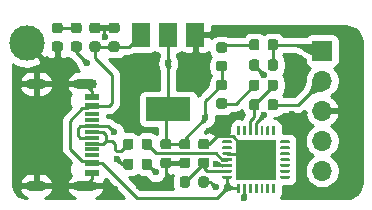
<source format=gbr>
%TF.GenerationSoftware,KiCad,Pcbnew,(5.1.6)-1*%
%TF.CreationDate,2020-07-24T23:52:19+08:00*%
%TF.ProjectId,USB_UART_CP2102,5553425f-5541-4525-945f-435032313032,rev?*%
%TF.SameCoordinates,Original*%
%TF.FileFunction,Copper,L1,Top*%
%TF.FilePolarity,Positive*%
%FSLAX46Y46*%
G04 Gerber Fmt 4.6, Leading zero omitted, Abs format (unit mm)*
G04 Created by KiCad (PCBNEW (5.1.6)-1) date 2020-07-24 23:52:19*
%MOMM*%
%LPD*%
G01*
G04 APERTURE LIST*
%TA.AperFunction,ComponentPad*%
%ADD10C,3.000000*%
%TD*%
%TA.AperFunction,ComponentPad*%
%ADD11O,1.700000X1.700000*%
%TD*%
%TA.AperFunction,ComponentPad*%
%ADD12R,1.700000X1.700000*%
%TD*%
%TA.AperFunction,ComponentPad*%
%ADD13O,2.000000X0.900000*%
%TD*%
%TA.AperFunction,ComponentPad*%
%ADD14O,1.700000X0.900000*%
%TD*%
%TA.AperFunction,SMDPad,CuDef*%
%ADD15R,1.160000X0.300000*%
%TD*%
%TA.AperFunction,SMDPad,CuDef*%
%ADD16R,1.160000X0.600000*%
%TD*%
%TA.AperFunction,SMDPad,CuDef*%
%ADD17R,3.800000X2.000000*%
%TD*%
%TA.AperFunction,SMDPad,CuDef*%
%ADD18R,1.500000X2.000000*%
%TD*%
%TA.AperFunction,SMDPad,CuDef*%
%ADD19R,3.350000X3.350000*%
%TD*%
%TA.AperFunction,ViaPad*%
%ADD20C,1.200000*%
%TD*%
%TA.AperFunction,ViaPad*%
%ADD21C,0.600000*%
%TD*%
%TA.AperFunction,Conductor*%
%ADD22C,0.250000*%
%TD*%
%TA.AperFunction,Conductor*%
%ADD23C,0.254000*%
%TD*%
%TA.AperFunction,Conductor*%
%ADD24C,0.025400*%
%TD*%
G04 APERTURE END LIST*
D10*
%TO.P,REF\u002A\u002A,1*%
%TO.N,GND*%
X121905000Y-96157000D03*
%TD*%
%TO.P,R8,2*%
%TO.N,+3V3*%
%TA.AperFunction,SMDPad,CuDef*%
G36*
G01*
X125843750Y-95999000D02*
X126356250Y-95999000D01*
G75*
G02*
X126575000Y-96217750I0J-218750D01*
G01*
X126575000Y-96655250D01*
G75*
G02*
X126356250Y-96874000I-218750J0D01*
G01*
X125843750Y-96874000D01*
G75*
G02*
X125625000Y-96655250I0J218750D01*
G01*
X125625000Y-96217750D01*
G75*
G02*
X125843750Y-95999000I218750J0D01*
G01*
G37*
%TD.AperFunction*%
%TO.P,R8,1*%
%TO.N,Net-(D3-Pad2)*%
%TA.AperFunction,SMDPad,CuDef*%
G36*
G01*
X125843750Y-94424000D02*
X126356250Y-94424000D01*
G75*
G02*
X126575000Y-94642750I0J-218750D01*
G01*
X126575000Y-95080250D01*
G75*
G02*
X126356250Y-95299000I-218750J0D01*
G01*
X125843750Y-95299000D01*
G75*
G02*
X125625000Y-95080250I0J218750D01*
G01*
X125625000Y-94642750D01*
G75*
G02*
X125843750Y-94424000I218750J0D01*
G01*
G37*
%TD.AperFunction*%
%TD*%
%TO.P,D3,2*%
%TO.N,Net-(D3-Pad2)*%
%TA.AperFunction,SMDPad,CuDef*%
G36*
G01*
X124756250Y-95299000D02*
X124243750Y-95299000D01*
G75*
G02*
X124025000Y-95080250I0J218750D01*
G01*
X124025000Y-94642750D01*
G75*
G02*
X124243750Y-94424000I218750J0D01*
G01*
X124756250Y-94424000D01*
G75*
G02*
X124975000Y-94642750I0J-218750D01*
G01*
X124975000Y-95080250D01*
G75*
G02*
X124756250Y-95299000I-218750J0D01*
G01*
G37*
%TD.AperFunction*%
%TO.P,D3,1*%
%TO.N,GND*%
%TA.AperFunction,SMDPad,CuDef*%
G36*
G01*
X124756250Y-96874000D02*
X124243750Y-96874000D01*
G75*
G02*
X124025000Y-96655250I0J218750D01*
G01*
X124025000Y-96217750D01*
G75*
G02*
X124243750Y-95999000I218750J0D01*
G01*
X124756250Y-95999000D01*
G75*
G02*
X124975000Y-96217750I0J-218750D01*
G01*
X124975000Y-96655250D01*
G75*
G02*
X124756250Y-96874000I-218750J0D01*
G01*
G37*
%TD.AperFunction*%
%TD*%
D11*
%TO.P,J2,5*%
%TO.N,VBUS*%
X146924000Y-106952000D03*
%TO.P,J2,4*%
%TO.N,+3V3*%
X146924000Y-104412000D03*
%TO.P,J2,3*%
%TO.N,GND*%
X146924000Y-101872000D03*
%TO.P,J2,2*%
%TO.N,/TXD*%
X146924000Y-99332000D03*
D12*
%TO.P,J2,1*%
%TO.N,/RXD*%
X146924000Y-96792000D03*
%TD*%
%TO.P,C1,2*%
%TO.N,GND*%
%TA.AperFunction,SMDPad,CuDef*%
G36*
G01*
X127956250Y-95299000D02*
X127443750Y-95299000D01*
G75*
G02*
X127225000Y-95080250I0J218750D01*
G01*
X127225000Y-94642750D01*
G75*
G02*
X127443750Y-94424000I218750J0D01*
G01*
X127956250Y-94424000D01*
G75*
G02*
X128175000Y-94642750I0J-218750D01*
G01*
X128175000Y-95080250D01*
G75*
G02*
X127956250Y-95299000I-218750J0D01*
G01*
G37*
%TD.AperFunction*%
%TO.P,C1,1*%
%TO.N,VBUS*%
%TA.AperFunction,SMDPad,CuDef*%
G36*
G01*
X127956250Y-96874000D02*
X127443750Y-96874000D01*
G75*
G02*
X127225000Y-96655250I0J218750D01*
G01*
X127225000Y-96217750D01*
G75*
G02*
X127443750Y-95999000I218750J0D01*
G01*
X127956250Y-95999000D01*
G75*
G02*
X128175000Y-96217750I0J-218750D01*
G01*
X128175000Y-96655250D01*
G75*
G02*
X127956250Y-96874000I-218750J0D01*
G01*
G37*
%TD.AperFunction*%
%TD*%
%TO.P,C2,1*%
%TO.N,VBUS*%
%TA.AperFunction,SMDPad,CuDef*%
G36*
G01*
X129556250Y-96874000D02*
X129043750Y-96874000D01*
G75*
G02*
X128825000Y-96655250I0J218750D01*
G01*
X128825000Y-96217750D01*
G75*
G02*
X129043750Y-95999000I218750J0D01*
G01*
X129556250Y-95999000D01*
G75*
G02*
X129775000Y-96217750I0J-218750D01*
G01*
X129775000Y-96655250D01*
G75*
G02*
X129556250Y-96874000I-218750J0D01*
G01*
G37*
%TD.AperFunction*%
%TO.P,C2,2*%
%TO.N,GND*%
%TA.AperFunction,SMDPad,CuDef*%
G36*
G01*
X129556250Y-95299000D02*
X129043750Y-95299000D01*
G75*
G02*
X128825000Y-95080250I0J218750D01*
G01*
X128825000Y-94642750D01*
G75*
G02*
X129043750Y-94424000I218750J0D01*
G01*
X129556250Y-94424000D01*
G75*
G02*
X129775000Y-94642750I0J-218750D01*
G01*
X129775000Y-95080250D01*
G75*
G02*
X129556250Y-95299000I-218750J0D01*
G01*
G37*
%TD.AperFunction*%
%TD*%
%TO.P,C3,2*%
%TO.N,GND*%
%TA.AperFunction,SMDPad,CuDef*%
G36*
G01*
X135043750Y-105850000D02*
X135556250Y-105850000D01*
G75*
G02*
X135775000Y-106068750I0J-218750D01*
G01*
X135775000Y-106506250D01*
G75*
G02*
X135556250Y-106725000I-218750J0D01*
G01*
X135043750Y-106725000D01*
G75*
G02*
X134825000Y-106506250I0J218750D01*
G01*
X134825000Y-106068750D01*
G75*
G02*
X135043750Y-105850000I218750J0D01*
G01*
G37*
%TD.AperFunction*%
%TO.P,C3,1*%
%TO.N,+3V3*%
%TA.AperFunction,SMDPad,CuDef*%
G36*
G01*
X135043750Y-104275000D02*
X135556250Y-104275000D01*
G75*
G02*
X135775000Y-104493750I0J-218750D01*
G01*
X135775000Y-104931250D01*
G75*
G02*
X135556250Y-105150000I-218750J0D01*
G01*
X135043750Y-105150000D01*
G75*
G02*
X134825000Y-104931250I0J218750D01*
G01*
X134825000Y-104493750D01*
G75*
G02*
X135043750Y-104275000I218750J0D01*
G01*
G37*
%TD.AperFunction*%
%TD*%
%TO.P,C4,1*%
%TO.N,+3V3*%
%TA.AperFunction,SMDPad,CuDef*%
G36*
G01*
X133443750Y-104275000D02*
X133956250Y-104275000D01*
G75*
G02*
X134175000Y-104493750I0J-218750D01*
G01*
X134175000Y-104931250D01*
G75*
G02*
X133956250Y-105150000I-218750J0D01*
G01*
X133443750Y-105150000D01*
G75*
G02*
X133225000Y-104931250I0J218750D01*
G01*
X133225000Y-104493750D01*
G75*
G02*
X133443750Y-104275000I218750J0D01*
G01*
G37*
%TD.AperFunction*%
%TO.P,C4,2*%
%TO.N,GND*%
%TA.AperFunction,SMDPad,CuDef*%
G36*
G01*
X133443750Y-105850000D02*
X133956250Y-105850000D01*
G75*
G02*
X134175000Y-106068750I0J-218750D01*
G01*
X134175000Y-106506250D01*
G75*
G02*
X133956250Y-106725000I-218750J0D01*
G01*
X133443750Y-106725000D01*
G75*
G02*
X133225000Y-106506250I0J218750D01*
G01*
X133225000Y-106068750D01*
G75*
G02*
X133443750Y-105850000I218750J0D01*
G01*
G37*
%TD.AperFunction*%
%TD*%
%TO.P,C5,1*%
%TO.N,VDD*%
%TA.AperFunction,SMDPad,CuDef*%
G36*
G01*
X137156250Y-106712500D02*
X136643750Y-106712500D01*
G75*
G02*
X136425000Y-106493750I0J218750D01*
G01*
X136425000Y-106056250D01*
G75*
G02*
X136643750Y-105837500I218750J0D01*
G01*
X137156250Y-105837500D01*
G75*
G02*
X137375000Y-106056250I0J-218750D01*
G01*
X137375000Y-106493750D01*
G75*
G02*
X137156250Y-106712500I-218750J0D01*
G01*
G37*
%TD.AperFunction*%
%TO.P,C5,2*%
%TO.N,GND*%
%TA.AperFunction,SMDPad,CuDef*%
G36*
G01*
X137156250Y-105137500D02*
X136643750Y-105137500D01*
G75*
G02*
X136425000Y-104918750I0J218750D01*
G01*
X136425000Y-104481250D01*
G75*
G02*
X136643750Y-104262500I218750J0D01*
G01*
X137156250Y-104262500D01*
G75*
G02*
X137375000Y-104481250I0J-218750D01*
G01*
X137375000Y-104918750D01*
G75*
G02*
X137156250Y-105137500I-218750J0D01*
G01*
G37*
%TD.AperFunction*%
%TD*%
%TO.P,D1,2*%
%TO.N,Net-(D1-Pad2)*%
%TA.AperFunction,SMDPad,CuDef*%
G36*
G01*
X141621000Y-99443750D02*
X141621000Y-99956250D01*
G75*
G02*
X141402250Y-100175000I-218750J0D01*
G01*
X140964750Y-100175000D01*
G75*
G02*
X140746000Y-99956250I0J218750D01*
G01*
X140746000Y-99443750D01*
G75*
G02*
X140964750Y-99225000I218750J0D01*
G01*
X141402250Y-99225000D01*
G75*
G02*
X141621000Y-99443750I0J-218750D01*
G01*
G37*
%TD.AperFunction*%
%TO.P,D1,1*%
%TO.N,Net-(D1-Pad1)*%
%TA.AperFunction,SMDPad,CuDef*%
G36*
G01*
X143196000Y-99443750D02*
X143196000Y-99956250D01*
G75*
G02*
X142977250Y-100175000I-218750J0D01*
G01*
X142539750Y-100175000D01*
G75*
G02*
X142321000Y-99956250I0J218750D01*
G01*
X142321000Y-99443750D01*
G75*
G02*
X142539750Y-99225000I218750J0D01*
G01*
X142977250Y-99225000D01*
G75*
G02*
X143196000Y-99443750I0J-218750D01*
G01*
G37*
%TD.AperFunction*%
%TD*%
%TO.P,D2,1*%
%TO.N,/RXD*%
%TA.AperFunction,SMDPad,CuDef*%
G36*
G01*
X143196000Y-96027750D02*
X143196000Y-96540250D01*
G75*
G02*
X142977250Y-96759000I-218750J0D01*
G01*
X142539750Y-96759000D01*
G75*
G02*
X142321000Y-96540250I0J218750D01*
G01*
X142321000Y-96027750D01*
G75*
G02*
X142539750Y-95809000I218750J0D01*
G01*
X142977250Y-95809000D01*
G75*
G02*
X143196000Y-96027750I0J-218750D01*
G01*
G37*
%TD.AperFunction*%
%TO.P,D2,2*%
%TO.N,Net-(D2-Pad2)*%
%TA.AperFunction,SMDPad,CuDef*%
G36*
G01*
X141621000Y-96027750D02*
X141621000Y-96540250D01*
G75*
G02*
X141402250Y-96759000I-218750J0D01*
G01*
X140964750Y-96759000D01*
G75*
G02*
X140746000Y-96540250I0J218750D01*
G01*
X140746000Y-96027750D01*
G75*
G02*
X140964750Y-95809000I218750J0D01*
G01*
X141402250Y-95809000D01*
G75*
G02*
X141621000Y-96027750I0J-218750D01*
G01*
G37*
%TD.AperFunction*%
%TD*%
D13*
%TO.P,J1,S1*%
%TO.N,GND*%
X126883000Y-99580000D03*
X126883000Y-108220000D03*
D14*
X122713000Y-99580000D03*
X122713000Y-108220000D03*
D15*
%TO.P,J1,B7*%
%TO.N,Net-(J1-PadA7)*%
X127463000Y-103150000D03*
%TO.P,J1,A6*%
%TO.N,Net-(J1-PadA6)*%
X127463000Y-103650000D03*
%TO.P,J1,A7*%
%TO.N,Net-(J1-PadA7)*%
X127463000Y-104150000D03*
%TO.P,J1,B8*%
%TO.N,Net-(J1-PadB8)*%
X127463000Y-102150000D03*
%TO.P,J1,A5*%
%TO.N,Net-(J1-PadA5)*%
X127463000Y-102650000D03*
%TO.P,J1,A8*%
%TO.N,Net-(J1-PadA8)*%
X127463000Y-105150000D03*
%TO.P,J1,B6*%
%TO.N,Net-(J1-PadA6)*%
X127463000Y-104650000D03*
%TO.P,J1,B5*%
%TO.N,Net-(J1-PadB5)*%
X127463000Y-105650000D03*
D16*
%TO.P,J1,A4*%
%TO.N,VBUS*%
X127463000Y-101500000D03*
%TO.P,J1,B9*%
X127463000Y-101500000D03*
%TO.P,J1,A1*%
%TO.N,GND*%
X127463000Y-100700000D03*
%TO.P,J1,B12*%
X127463000Y-100700000D03*
%TO.P,J1,B4*%
%TO.N,VBUS*%
X127463000Y-106300000D03*
%TO.P,J1,B1*%
%TO.N,GND*%
X127463000Y-107100000D03*
%TO.P,J1,A9*%
%TO.N,VBUS*%
X127463000Y-106300000D03*
%TO.P,J1,A12*%
%TO.N,GND*%
X127463000Y-107100000D03*
%TD*%
%TO.P,R1,1*%
%TO.N,/D-*%
%TA.AperFunction,SMDPad,CuDef*%
G36*
G01*
X132525000Y-106143750D02*
X132525000Y-106656250D01*
G75*
G02*
X132306250Y-106875000I-218750J0D01*
G01*
X131868750Y-106875000D01*
G75*
G02*
X131650000Y-106656250I0J218750D01*
G01*
X131650000Y-106143750D01*
G75*
G02*
X131868750Y-105925000I218750J0D01*
G01*
X132306250Y-105925000D01*
G75*
G02*
X132525000Y-106143750I0J-218750D01*
G01*
G37*
%TD.AperFunction*%
%TO.P,R1,2*%
%TO.N,Net-(J1-PadA7)*%
%TA.AperFunction,SMDPad,CuDef*%
G36*
G01*
X130950000Y-106143750D02*
X130950000Y-106656250D01*
G75*
G02*
X130731250Y-106875000I-218750J0D01*
G01*
X130293750Y-106875000D01*
G75*
G02*
X130075000Y-106656250I0J218750D01*
G01*
X130075000Y-106143750D01*
G75*
G02*
X130293750Y-105925000I218750J0D01*
G01*
X130731250Y-105925000D01*
G75*
G02*
X130950000Y-106143750I0J-218750D01*
G01*
G37*
%TD.AperFunction*%
%TD*%
%TO.P,R2,2*%
%TO.N,Net-(J1-PadA6)*%
%TA.AperFunction,SMDPad,CuDef*%
G36*
G01*
X130950000Y-104443750D02*
X130950000Y-104956250D01*
G75*
G02*
X130731250Y-105175000I-218750J0D01*
G01*
X130293750Y-105175000D01*
G75*
G02*
X130075000Y-104956250I0J218750D01*
G01*
X130075000Y-104443750D01*
G75*
G02*
X130293750Y-104225000I218750J0D01*
G01*
X130731250Y-104225000D01*
G75*
G02*
X130950000Y-104443750I0J-218750D01*
G01*
G37*
%TD.AperFunction*%
%TO.P,R2,1*%
%TO.N,/D+*%
%TA.AperFunction,SMDPad,CuDef*%
G36*
G01*
X132525000Y-104443750D02*
X132525000Y-104956250D01*
G75*
G02*
X132306250Y-105175000I-218750J0D01*
G01*
X131868750Y-105175000D01*
G75*
G02*
X131650000Y-104956250I0J218750D01*
G01*
X131650000Y-104443750D01*
G75*
G02*
X131868750Y-104225000I218750J0D01*
G01*
X132306250Y-104225000D01*
G75*
G02*
X132525000Y-104443750I0J-218750D01*
G01*
G37*
%TD.AperFunction*%
%TD*%
%TO.P,R3,1*%
%TO.N,VDD*%
%TA.AperFunction,SMDPad,CuDef*%
G36*
G01*
X134875000Y-108156250D02*
X134875000Y-107643750D01*
G75*
G02*
X135093750Y-107425000I218750J0D01*
G01*
X135531250Y-107425000D01*
G75*
G02*
X135750000Y-107643750I0J-218750D01*
G01*
X135750000Y-108156250D01*
G75*
G02*
X135531250Y-108375000I-218750J0D01*
G01*
X135093750Y-108375000D01*
G75*
G02*
X134875000Y-108156250I0J218750D01*
G01*
G37*
%TD.AperFunction*%
%TO.P,R3,2*%
%TO.N,Net-(R3-Pad2)*%
%TA.AperFunction,SMDPad,CuDef*%
G36*
G01*
X136450000Y-108156250D02*
X136450000Y-107643750D01*
G75*
G02*
X136668750Y-107425000I218750J0D01*
G01*
X137106250Y-107425000D01*
G75*
G02*
X137325000Y-107643750I0J-218750D01*
G01*
X137325000Y-108156250D01*
G75*
G02*
X137106250Y-108375000I-218750J0D01*
G01*
X136668750Y-108375000D01*
G75*
G02*
X136450000Y-108156250I0J218750D01*
G01*
G37*
%TD.AperFunction*%
%TD*%
%TO.P,R4,2*%
%TO.N,+3V3*%
%TA.AperFunction,SMDPad,CuDef*%
G36*
G01*
X138671250Y-100125000D02*
X138158750Y-100125000D01*
G75*
G02*
X137940000Y-99906250I0J218750D01*
G01*
X137940000Y-99468750D01*
G75*
G02*
X138158750Y-99250000I218750J0D01*
G01*
X138671250Y-99250000D01*
G75*
G02*
X138890000Y-99468750I0J-218750D01*
G01*
X138890000Y-99906250D01*
G75*
G02*
X138671250Y-100125000I-218750J0D01*
G01*
G37*
%TD.AperFunction*%
%TO.P,R4,1*%
%TO.N,Net-(D1-Pad2)*%
%TA.AperFunction,SMDPad,CuDef*%
G36*
G01*
X138671250Y-101700000D02*
X138158750Y-101700000D01*
G75*
G02*
X137940000Y-101481250I0J218750D01*
G01*
X137940000Y-101043750D01*
G75*
G02*
X138158750Y-100825000I218750J0D01*
G01*
X138671250Y-100825000D01*
G75*
G02*
X138890000Y-101043750I0J-218750D01*
G01*
X138890000Y-101481250D01*
G75*
G02*
X138671250Y-101700000I-218750J0D01*
G01*
G37*
%TD.AperFunction*%
%TD*%
%TO.P,R5,1*%
%TO.N,/RXD*%
%TA.AperFunction,SMDPad,CuDef*%
G36*
G01*
X143196000Y-97743750D02*
X143196000Y-98256250D01*
G75*
G02*
X142977250Y-98475000I-218750J0D01*
G01*
X142539750Y-98475000D01*
G75*
G02*
X142321000Y-98256250I0J218750D01*
G01*
X142321000Y-97743750D01*
G75*
G02*
X142539750Y-97525000I218750J0D01*
G01*
X142977250Y-97525000D01*
G75*
G02*
X143196000Y-97743750I0J-218750D01*
G01*
G37*
%TD.AperFunction*%
%TO.P,R5,2*%
%TO.N,Net-(R5-Pad2)*%
%TA.AperFunction,SMDPad,CuDef*%
G36*
G01*
X141621000Y-97743750D02*
X141621000Y-98256250D01*
G75*
G02*
X141402250Y-98475000I-218750J0D01*
G01*
X140964750Y-98475000D01*
G75*
G02*
X140746000Y-98256250I0J218750D01*
G01*
X140746000Y-97743750D01*
G75*
G02*
X140964750Y-97525000I218750J0D01*
G01*
X141402250Y-97525000D01*
G75*
G02*
X141621000Y-97743750I0J-218750D01*
G01*
G37*
%TD.AperFunction*%
%TD*%
%TO.P,R6,2*%
%TO.N,Net-(D1-Pad1)*%
%TA.AperFunction,SMDPad,CuDef*%
G36*
G01*
X141621000Y-101107750D02*
X141621000Y-101620250D01*
G75*
G02*
X141402250Y-101839000I-218750J0D01*
G01*
X140964750Y-101839000D01*
G75*
G02*
X140746000Y-101620250I0J218750D01*
G01*
X140746000Y-101107750D01*
G75*
G02*
X140964750Y-100889000I218750J0D01*
G01*
X141402250Y-100889000D01*
G75*
G02*
X141621000Y-101107750I0J-218750D01*
G01*
G37*
%TD.AperFunction*%
%TO.P,R6,1*%
%TO.N,/TXD*%
%TA.AperFunction,SMDPad,CuDef*%
G36*
G01*
X143196000Y-101107750D02*
X143196000Y-101620250D01*
G75*
G02*
X142977250Y-101839000I-218750J0D01*
G01*
X142539750Y-101839000D01*
G75*
G02*
X142321000Y-101620250I0J218750D01*
G01*
X142321000Y-101107750D01*
G75*
G02*
X142539750Y-100889000I218750J0D01*
G01*
X142977250Y-100889000D01*
G75*
G02*
X143196000Y-101107750I0J-218750D01*
G01*
G37*
%TD.AperFunction*%
%TD*%
%TO.P,R7,1*%
%TO.N,Net-(D2-Pad2)*%
%TA.AperFunction,SMDPad,CuDef*%
G36*
G01*
X138158750Y-96075000D02*
X138671250Y-96075000D01*
G75*
G02*
X138890000Y-96293750I0J-218750D01*
G01*
X138890000Y-96731250D01*
G75*
G02*
X138671250Y-96950000I-218750J0D01*
G01*
X138158750Y-96950000D01*
G75*
G02*
X137940000Y-96731250I0J218750D01*
G01*
X137940000Y-96293750D01*
G75*
G02*
X138158750Y-96075000I218750J0D01*
G01*
G37*
%TD.AperFunction*%
%TO.P,R7,2*%
%TO.N,+3V3*%
%TA.AperFunction,SMDPad,CuDef*%
G36*
G01*
X138158750Y-97650000D02*
X138671250Y-97650000D01*
G75*
G02*
X138890000Y-97868750I0J-218750D01*
G01*
X138890000Y-98306250D01*
G75*
G02*
X138671250Y-98525000I-218750J0D01*
G01*
X138158750Y-98525000D01*
G75*
G02*
X137940000Y-98306250I0J218750D01*
G01*
X137940000Y-97868750D01*
G75*
G02*
X138158750Y-97650000I218750J0D01*
G01*
G37*
%TD.AperFunction*%
%TD*%
D17*
%TO.P,U1,2*%
%TO.N,+3V3*%
X133900000Y-101720000D03*
D18*
X133900000Y-95420000D03*
%TO.P,U1,3*%
%TO.N,VBUS*%
X131600000Y-95420000D03*
%TO.P,U1,1*%
%TO.N,GND*%
X136200000Y-95420000D03*
%TD*%
%TO.P,U2,1*%
%TO.N,Net-(U2-Pad1)*%
%TA.AperFunction,SMDPad,CuDef*%
G36*
G01*
X138486000Y-104562500D02*
X138486000Y-104437500D01*
G75*
G02*
X138548500Y-104375000I62500J0D01*
G01*
X139223500Y-104375000D01*
G75*
G02*
X139286000Y-104437500I0J-62500D01*
G01*
X139286000Y-104562500D01*
G75*
G02*
X139223500Y-104625000I-62500J0D01*
G01*
X138548500Y-104625000D01*
G75*
G02*
X138486000Y-104562500I0J62500D01*
G01*
G37*
%TD.AperFunction*%
%TO.P,U2,2*%
%TO.N,Net-(U2-Pad2)*%
%TA.AperFunction,SMDPad,CuDef*%
G36*
G01*
X138486000Y-105062500D02*
X138486000Y-104937500D01*
G75*
G02*
X138548500Y-104875000I62500J0D01*
G01*
X139223500Y-104875000D01*
G75*
G02*
X139286000Y-104937500I0J-62500D01*
G01*
X139286000Y-105062500D01*
G75*
G02*
X139223500Y-105125000I-62500J0D01*
G01*
X138548500Y-105125000D01*
G75*
G02*
X138486000Y-105062500I0J62500D01*
G01*
G37*
%TD.AperFunction*%
%TO.P,U2,3*%
%TO.N,GND*%
%TA.AperFunction,SMDPad,CuDef*%
G36*
G01*
X138486000Y-105562500D02*
X138486000Y-105437500D01*
G75*
G02*
X138548500Y-105375000I62500J0D01*
G01*
X139223500Y-105375000D01*
G75*
G02*
X139286000Y-105437500I0J-62500D01*
G01*
X139286000Y-105562500D01*
G75*
G02*
X139223500Y-105625000I-62500J0D01*
G01*
X138548500Y-105625000D01*
G75*
G02*
X138486000Y-105562500I0J62500D01*
G01*
G37*
%TD.AperFunction*%
%TO.P,U2,4*%
%TO.N,/D+*%
%TA.AperFunction,SMDPad,CuDef*%
G36*
G01*
X138486000Y-106062500D02*
X138486000Y-105937500D01*
G75*
G02*
X138548500Y-105875000I62500J0D01*
G01*
X139223500Y-105875000D01*
G75*
G02*
X139286000Y-105937500I0J-62500D01*
G01*
X139286000Y-106062500D01*
G75*
G02*
X139223500Y-106125000I-62500J0D01*
G01*
X138548500Y-106125000D01*
G75*
G02*
X138486000Y-106062500I0J62500D01*
G01*
G37*
%TD.AperFunction*%
%TO.P,U2,5*%
%TO.N,/D-*%
%TA.AperFunction,SMDPad,CuDef*%
G36*
G01*
X138486000Y-106562500D02*
X138486000Y-106437500D01*
G75*
G02*
X138548500Y-106375000I62500J0D01*
G01*
X139223500Y-106375000D01*
G75*
G02*
X139286000Y-106437500I0J-62500D01*
G01*
X139286000Y-106562500D01*
G75*
G02*
X139223500Y-106625000I-62500J0D01*
G01*
X138548500Y-106625000D01*
G75*
G02*
X138486000Y-106562500I0J62500D01*
G01*
G37*
%TD.AperFunction*%
%TO.P,U2,6*%
%TO.N,VDD*%
%TA.AperFunction,SMDPad,CuDef*%
G36*
G01*
X138486000Y-107062500D02*
X138486000Y-106937500D01*
G75*
G02*
X138548500Y-106875000I62500J0D01*
G01*
X139223500Y-106875000D01*
G75*
G02*
X139286000Y-106937500I0J-62500D01*
G01*
X139286000Y-107062500D01*
G75*
G02*
X139223500Y-107125000I-62500J0D01*
G01*
X138548500Y-107125000D01*
G75*
G02*
X138486000Y-107062500I0J62500D01*
G01*
G37*
%TD.AperFunction*%
%TO.P,U2,7*%
%TO.N,VBUS*%
%TA.AperFunction,SMDPad,CuDef*%
G36*
G01*
X138486000Y-107562500D02*
X138486000Y-107437500D01*
G75*
G02*
X138548500Y-107375000I62500J0D01*
G01*
X139223500Y-107375000D01*
G75*
G02*
X139286000Y-107437500I0J-62500D01*
G01*
X139286000Y-107562500D01*
G75*
G02*
X139223500Y-107625000I-62500J0D01*
G01*
X138548500Y-107625000D01*
G75*
G02*
X138486000Y-107562500I0J62500D01*
G01*
G37*
%TD.AperFunction*%
%TO.P,U2,8*%
%TA.AperFunction,SMDPad,CuDef*%
G36*
G01*
X139711000Y-108787500D02*
X139711000Y-108112500D01*
G75*
G02*
X139773500Y-108050000I62500J0D01*
G01*
X139898500Y-108050000D01*
G75*
G02*
X139961000Y-108112500I0J-62500D01*
G01*
X139961000Y-108787500D01*
G75*
G02*
X139898500Y-108850000I-62500J0D01*
G01*
X139773500Y-108850000D01*
G75*
G02*
X139711000Y-108787500I0J62500D01*
G01*
G37*
%TD.AperFunction*%
%TO.P,U2,9*%
%TO.N,Net-(R3-Pad2)*%
%TA.AperFunction,SMDPad,CuDef*%
G36*
G01*
X140211000Y-108787500D02*
X140211000Y-108112500D01*
G75*
G02*
X140273500Y-108050000I62500J0D01*
G01*
X140398500Y-108050000D01*
G75*
G02*
X140461000Y-108112500I0J-62500D01*
G01*
X140461000Y-108787500D01*
G75*
G02*
X140398500Y-108850000I-62500J0D01*
G01*
X140273500Y-108850000D01*
G75*
G02*
X140211000Y-108787500I0J62500D01*
G01*
G37*
%TD.AperFunction*%
%TO.P,U2,10*%
%TO.N,Net-(U2-Pad10)*%
%TA.AperFunction,SMDPad,CuDef*%
G36*
G01*
X140711000Y-108787500D02*
X140711000Y-108112500D01*
G75*
G02*
X140773500Y-108050000I62500J0D01*
G01*
X140898500Y-108050000D01*
G75*
G02*
X140961000Y-108112500I0J-62500D01*
G01*
X140961000Y-108787500D01*
G75*
G02*
X140898500Y-108850000I-62500J0D01*
G01*
X140773500Y-108850000D01*
G75*
G02*
X140711000Y-108787500I0J62500D01*
G01*
G37*
%TD.AperFunction*%
%TO.P,U2,11*%
%TO.N,Net-(U2-Pad11)*%
%TA.AperFunction,SMDPad,CuDef*%
G36*
G01*
X141211000Y-108787500D02*
X141211000Y-108112500D01*
G75*
G02*
X141273500Y-108050000I62500J0D01*
G01*
X141398500Y-108050000D01*
G75*
G02*
X141461000Y-108112500I0J-62500D01*
G01*
X141461000Y-108787500D01*
G75*
G02*
X141398500Y-108850000I-62500J0D01*
G01*
X141273500Y-108850000D01*
G75*
G02*
X141211000Y-108787500I0J62500D01*
G01*
G37*
%TD.AperFunction*%
%TO.P,U2,12*%
%TO.N,Net-(U2-Pad12)*%
%TA.AperFunction,SMDPad,CuDef*%
G36*
G01*
X141711000Y-108787500D02*
X141711000Y-108112500D01*
G75*
G02*
X141773500Y-108050000I62500J0D01*
G01*
X141898500Y-108050000D01*
G75*
G02*
X141961000Y-108112500I0J-62500D01*
G01*
X141961000Y-108787500D01*
G75*
G02*
X141898500Y-108850000I-62500J0D01*
G01*
X141773500Y-108850000D01*
G75*
G02*
X141711000Y-108787500I0J62500D01*
G01*
G37*
%TD.AperFunction*%
%TO.P,U2,13*%
%TO.N,Net-(U2-Pad13)*%
%TA.AperFunction,SMDPad,CuDef*%
G36*
G01*
X142211000Y-108787500D02*
X142211000Y-108112500D01*
G75*
G02*
X142273500Y-108050000I62500J0D01*
G01*
X142398500Y-108050000D01*
G75*
G02*
X142461000Y-108112500I0J-62500D01*
G01*
X142461000Y-108787500D01*
G75*
G02*
X142398500Y-108850000I-62500J0D01*
G01*
X142273500Y-108850000D01*
G75*
G02*
X142211000Y-108787500I0J62500D01*
G01*
G37*
%TD.AperFunction*%
%TO.P,U2,14*%
%TO.N,Net-(U2-Pad14)*%
%TA.AperFunction,SMDPad,CuDef*%
G36*
G01*
X142711000Y-108787500D02*
X142711000Y-108112500D01*
G75*
G02*
X142773500Y-108050000I62500J0D01*
G01*
X142898500Y-108050000D01*
G75*
G02*
X142961000Y-108112500I0J-62500D01*
G01*
X142961000Y-108787500D01*
G75*
G02*
X142898500Y-108850000I-62500J0D01*
G01*
X142773500Y-108850000D01*
G75*
G02*
X142711000Y-108787500I0J62500D01*
G01*
G37*
%TD.AperFunction*%
%TO.P,U2,15*%
%TO.N,Net-(U2-Pad15)*%
%TA.AperFunction,SMDPad,CuDef*%
G36*
G01*
X143386000Y-107562500D02*
X143386000Y-107437500D01*
G75*
G02*
X143448500Y-107375000I62500J0D01*
G01*
X144123500Y-107375000D01*
G75*
G02*
X144186000Y-107437500I0J-62500D01*
G01*
X144186000Y-107562500D01*
G75*
G02*
X144123500Y-107625000I-62500J0D01*
G01*
X143448500Y-107625000D01*
G75*
G02*
X143386000Y-107562500I0J62500D01*
G01*
G37*
%TD.AperFunction*%
%TO.P,U2,16*%
%TO.N,Net-(U2-Pad16)*%
%TA.AperFunction,SMDPad,CuDef*%
G36*
G01*
X143386000Y-107062500D02*
X143386000Y-106937500D01*
G75*
G02*
X143448500Y-106875000I62500J0D01*
G01*
X144123500Y-106875000D01*
G75*
G02*
X144186000Y-106937500I0J-62500D01*
G01*
X144186000Y-107062500D01*
G75*
G02*
X144123500Y-107125000I-62500J0D01*
G01*
X143448500Y-107125000D01*
G75*
G02*
X143386000Y-107062500I0J62500D01*
G01*
G37*
%TD.AperFunction*%
%TO.P,U2,17*%
%TO.N,Net-(U2-Pad17)*%
%TA.AperFunction,SMDPad,CuDef*%
G36*
G01*
X143386000Y-106562500D02*
X143386000Y-106437500D01*
G75*
G02*
X143448500Y-106375000I62500J0D01*
G01*
X144123500Y-106375000D01*
G75*
G02*
X144186000Y-106437500I0J-62500D01*
G01*
X144186000Y-106562500D01*
G75*
G02*
X144123500Y-106625000I-62500J0D01*
G01*
X143448500Y-106625000D01*
G75*
G02*
X143386000Y-106562500I0J62500D01*
G01*
G37*
%TD.AperFunction*%
%TO.P,U2,18*%
%TO.N,Net-(U2-Pad18)*%
%TA.AperFunction,SMDPad,CuDef*%
G36*
G01*
X143386000Y-106062500D02*
X143386000Y-105937500D01*
G75*
G02*
X143448500Y-105875000I62500J0D01*
G01*
X144123500Y-105875000D01*
G75*
G02*
X144186000Y-105937500I0J-62500D01*
G01*
X144186000Y-106062500D01*
G75*
G02*
X144123500Y-106125000I-62500J0D01*
G01*
X143448500Y-106125000D01*
G75*
G02*
X143386000Y-106062500I0J62500D01*
G01*
G37*
%TD.AperFunction*%
%TO.P,U2,19*%
%TO.N,Net-(U2-Pad19)*%
%TA.AperFunction,SMDPad,CuDef*%
G36*
G01*
X143386000Y-105562500D02*
X143386000Y-105437500D01*
G75*
G02*
X143448500Y-105375000I62500J0D01*
G01*
X144123500Y-105375000D01*
G75*
G02*
X144186000Y-105437500I0J-62500D01*
G01*
X144186000Y-105562500D01*
G75*
G02*
X144123500Y-105625000I-62500J0D01*
G01*
X143448500Y-105625000D01*
G75*
G02*
X143386000Y-105562500I0J62500D01*
G01*
G37*
%TD.AperFunction*%
%TO.P,U2,20*%
%TO.N,Net-(U2-Pad20)*%
%TA.AperFunction,SMDPad,CuDef*%
G36*
G01*
X143386000Y-105062500D02*
X143386000Y-104937500D01*
G75*
G02*
X143448500Y-104875000I62500J0D01*
G01*
X144123500Y-104875000D01*
G75*
G02*
X144186000Y-104937500I0J-62500D01*
G01*
X144186000Y-105062500D01*
G75*
G02*
X144123500Y-105125000I-62500J0D01*
G01*
X143448500Y-105125000D01*
G75*
G02*
X143386000Y-105062500I0J62500D01*
G01*
G37*
%TD.AperFunction*%
%TO.P,U2,21*%
%TO.N,Net-(U2-Pad21)*%
%TA.AperFunction,SMDPad,CuDef*%
G36*
G01*
X143386000Y-104562500D02*
X143386000Y-104437500D01*
G75*
G02*
X143448500Y-104375000I62500J0D01*
G01*
X144123500Y-104375000D01*
G75*
G02*
X144186000Y-104437500I0J-62500D01*
G01*
X144186000Y-104562500D01*
G75*
G02*
X144123500Y-104625000I-62500J0D01*
G01*
X143448500Y-104625000D01*
G75*
G02*
X143386000Y-104562500I0J62500D01*
G01*
G37*
%TD.AperFunction*%
%TO.P,U2,22*%
%TO.N,Net-(U2-Pad22)*%
%TA.AperFunction,SMDPad,CuDef*%
G36*
G01*
X142711000Y-103887500D02*
X142711000Y-103212500D01*
G75*
G02*
X142773500Y-103150000I62500J0D01*
G01*
X142898500Y-103150000D01*
G75*
G02*
X142961000Y-103212500I0J-62500D01*
G01*
X142961000Y-103887500D01*
G75*
G02*
X142898500Y-103950000I-62500J0D01*
G01*
X142773500Y-103950000D01*
G75*
G02*
X142711000Y-103887500I0J62500D01*
G01*
G37*
%TD.AperFunction*%
%TO.P,U2,23*%
%TO.N,Net-(U2-Pad23)*%
%TA.AperFunction,SMDPad,CuDef*%
G36*
G01*
X142211000Y-103887500D02*
X142211000Y-103212500D01*
G75*
G02*
X142273500Y-103150000I62500J0D01*
G01*
X142398500Y-103150000D01*
G75*
G02*
X142461000Y-103212500I0J-62500D01*
G01*
X142461000Y-103887500D01*
G75*
G02*
X142398500Y-103950000I-62500J0D01*
G01*
X142273500Y-103950000D01*
G75*
G02*
X142211000Y-103887500I0J62500D01*
G01*
G37*
%TD.AperFunction*%
%TO.P,U2,24*%
%TO.N,Net-(U2-Pad24)*%
%TA.AperFunction,SMDPad,CuDef*%
G36*
G01*
X141711000Y-103887500D02*
X141711000Y-103212500D01*
G75*
G02*
X141773500Y-103150000I62500J0D01*
G01*
X141898500Y-103150000D01*
G75*
G02*
X141961000Y-103212500I0J-62500D01*
G01*
X141961000Y-103887500D01*
G75*
G02*
X141898500Y-103950000I-62500J0D01*
G01*
X141773500Y-103950000D01*
G75*
G02*
X141711000Y-103887500I0J62500D01*
G01*
G37*
%TD.AperFunction*%
%TO.P,U2,25*%
%TO.N,Net-(R5-Pad2)*%
%TA.AperFunction,SMDPad,CuDef*%
G36*
G01*
X141211000Y-103887500D02*
X141211000Y-103212500D01*
G75*
G02*
X141273500Y-103150000I62500J0D01*
G01*
X141398500Y-103150000D01*
G75*
G02*
X141461000Y-103212500I0J-62500D01*
G01*
X141461000Y-103887500D01*
G75*
G02*
X141398500Y-103950000I-62500J0D01*
G01*
X141273500Y-103950000D01*
G75*
G02*
X141211000Y-103887500I0J62500D01*
G01*
G37*
%TD.AperFunction*%
%TO.P,U2,26*%
%TO.N,Net-(D1-Pad1)*%
%TA.AperFunction,SMDPad,CuDef*%
G36*
G01*
X140711000Y-103887500D02*
X140711000Y-103212500D01*
G75*
G02*
X140773500Y-103150000I62500J0D01*
G01*
X140898500Y-103150000D01*
G75*
G02*
X140961000Y-103212500I0J-62500D01*
G01*
X140961000Y-103887500D01*
G75*
G02*
X140898500Y-103950000I-62500J0D01*
G01*
X140773500Y-103950000D01*
G75*
G02*
X140711000Y-103887500I0J62500D01*
G01*
G37*
%TD.AperFunction*%
%TO.P,U2,27*%
%TO.N,Net-(U2-Pad27)*%
%TA.AperFunction,SMDPad,CuDef*%
G36*
G01*
X140211000Y-103887500D02*
X140211000Y-103212500D01*
G75*
G02*
X140273500Y-103150000I62500J0D01*
G01*
X140398500Y-103150000D01*
G75*
G02*
X140461000Y-103212500I0J-62500D01*
G01*
X140461000Y-103887500D01*
G75*
G02*
X140398500Y-103950000I-62500J0D01*
G01*
X140273500Y-103950000D01*
G75*
G02*
X140211000Y-103887500I0J62500D01*
G01*
G37*
%TD.AperFunction*%
%TO.P,U2,28*%
%TO.N,Net-(U2-Pad28)*%
%TA.AperFunction,SMDPad,CuDef*%
G36*
G01*
X139711000Y-103887500D02*
X139711000Y-103212500D01*
G75*
G02*
X139773500Y-103150000I62500J0D01*
G01*
X139898500Y-103150000D01*
G75*
G02*
X139961000Y-103212500I0J-62500D01*
G01*
X139961000Y-103887500D01*
G75*
G02*
X139898500Y-103950000I-62500J0D01*
G01*
X139773500Y-103950000D01*
G75*
G02*
X139711000Y-103887500I0J62500D01*
G01*
G37*
%TD.AperFunction*%
D19*
%TO.P,U2,29*%
%TO.N,GND*%
X141336000Y-106000000D03*
%TD*%
D20*
%TO.N,GND*%
X142225000Y-105174000D03*
X142225000Y-106952000D03*
X140447000Y-106952000D03*
D21*
X136256000Y-97173000D03*
X128509000Y-95649000D03*
X124445000Y-97681000D03*
X138034000Y-103523000D03*
X133716000Y-107968000D03*
D20*
X140447000Y-105174000D03*
D21*
X136000000Y-99000000D03*
X124000000Y-102000000D03*
X124000000Y-105000000D03*
X131000000Y-100000000D03*
X144638000Y-98062000D03*
X149464000Y-96792000D03*
X149464000Y-106952000D03*
X149464000Y-104412000D03*
X149464000Y-101872000D03*
X149464000Y-99332000D03*
X144384000Y-102126000D03*
X145146000Y-105682000D03*
X139812000Y-95268000D03*
X144638000Y-95268000D03*
X131430000Y-108222000D03*
X129398000Y-108476000D03*
X144384000Y-100348000D03*
%TO.N,VBUS*%
X138886000Y-108386000D03*
%TO.N,+3V3*%
X126985000Y-97808000D03*
X133900000Y-97865000D03*
X137018000Y-102507000D03*
%TO.N,Net-(J1-PadA7)*%
X129346922Y-103690501D03*
X129525000Y-105936000D03*
%TO.N,/D-*%
X137907000Y-106374990D03*
X132826992Y-107079000D03*
%TO.N,Net-(R3-Pad2)*%
X137907000Y-108349000D03*
X140320000Y-109238000D03*
%TO.N,Net-(R5-Pad2)*%
X141971000Y-98824000D03*
X141971000Y-102253000D03*
%TD*%
D22*
%TO.N,GND*%
X140836000Y-105500000D02*
X141336000Y-106000000D01*
X138886000Y-105500000D02*
X140836000Y-105500000D01*
X135300000Y-106287500D02*
X133700000Y-106287500D01*
X138025010Y-104049990D02*
X139385990Y-104049990D01*
X137375000Y-104700000D02*
X138025010Y-104049990D01*
X136900000Y-104700000D02*
X137375000Y-104700000D01*
X136200000Y-95420000D02*
X136200000Y-97117000D01*
X136200000Y-97117000D02*
X136256000Y-97173000D01*
X128483500Y-95623500D02*
X128509000Y-95649000D01*
X128483500Y-94861500D02*
X128483500Y-95623500D01*
X128483500Y-94861500D02*
X127700000Y-94861500D01*
X129300000Y-94861500D02*
X128483500Y-94861500D01*
X124500000Y-96436500D02*
X124500000Y-97626000D01*
X124500000Y-97626000D02*
X124445000Y-97681000D01*
X138025010Y-104049990D02*
X138025010Y-103531990D01*
X138025010Y-103531990D02*
X138034000Y-103523000D01*
X133700000Y-106287500D02*
X133700000Y-107952000D01*
X133700000Y-107952000D02*
X133716000Y-107968000D01*
X127463000Y-107640000D02*
X126883000Y-108220000D01*
X127463000Y-107100000D02*
X127463000Y-107640000D01*
X127463000Y-100160000D02*
X126883000Y-99580000D01*
X127463000Y-100700000D02*
X127463000Y-100160000D01*
X141336000Y-106000000D02*
X140351500Y-105015500D01*
X139385990Y-104049990D02*
X140351500Y-105015500D01*
%TO.N,VBUS*%
X127288001Y-106125001D02*
X127463000Y-106300000D01*
X126622999Y-106125001D02*
X127288001Y-106125001D01*
X125588000Y-105090002D02*
X126622999Y-106125001D01*
X127055001Y-101674999D02*
X126622999Y-101674999D01*
X127230000Y-101500000D02*
X127055001Y-101674999D01*
X127463000Y-101500000D02*
X127230000Y-101500000D01*
X126622999Y-101674999D02*
X125588000Y-102709998D01*
X125588000Y-102709998D02*
X125588000Y-105090002D01*
X128293000Y-106300000D02*
X131231000Y-109238000D01*
X127463000Y-106300000D02*
X128293000Y-106300000D01*
X131231000Y-109238000D02*
X138034000Y-109238000D01*
X138886000Y-108386000D02*
X138886000Y-107500000D01*
X138034000Y-109238000D02*
X138886000Y-108386000D01*
X139772000Y-108386000D02*
X139836000Y-108450000D01*
X138886000Y-108386000D02*
X139772000Y-108386000D01*
X127700000Y-96436500D02*
X129300000Y-96436500D01*
X127700000Y-97380000D02*
X127700000Y-96436500D01*
X129144000Y-98824000D02*
X127700000Y-97380000D01*
X129144000Y-101237000D02*
X129144000Y-98824000D01*
X127463000Y-101500000D02*
X128881000Y-101500000D01*
X128881000Y-101500000D02*
X129144000Y-101237000D01*
X130583500Y-96436500D02*
X131600000Y-95420000D01*
X129300000Y-96436500D02*
X130583500Y-96436500D01*
%TO.N,+3V3*%
X135300000Y-104712500D02*
X133700000Y-104712500D01*
X133700000Y-101920000D02*
X133900000Y-101720000D01*
X133700000Y-104712500D02*
X133700000Y-101920000D01*
X135300000Y-104712500D02*
X135300000Y-104225000D01*
X135300000Y-104225000D02*
X137018000Y-102507000D01*
X137018000Y-101084500D02*
X138415000Y-99687500D01*
X137018000Y-102507000D02*
X137018000Y-101084500D01*
X138415000Y-99687500D02*
X138415000Y-98087500D01*
X126100000Y-96436500D02*
X126100000Y-96923000D01*
X126100000Y-96923000D02*
X126985000Y-97808000D01*
X133900000Y-95420000D02*
X133900000Y-97865000D01*
X133900000Y-97865000D02*
X133900000Y-101720000D01*
%TO.N,VDD*%
X135312500Y-107862500D02*
X136900000Y-106275000D01*
X135312500Y-107900000D02*
X135312500Y-107862500D01*
X137187500Y-107000000D02*
X136900000Y-106712500D01*
X138886000Y-107000000D02*
X137187500Y-107000000D01*
X136900000Y-106712500D02*
X136900000Y-106275000D01*
%TO.N,Net-(D1-Pad2)*%
X139621000Y-101262500D02*
X141183500Y-99700000D01*
X138415000Y-101262500D02*
X139621000Y-101262500D01*
%TO.N,Net-(D1-Pad1)*%
X142758500Y-99789000D02*
X141183500Y-101364000D01*
X142758500Y-99700000D02*
X142758500Y-99789000D01*
X140836000Y-103550000D02*
X140836000Y-102751590D01*
X141183500Y-102404090D02*
X141183500Y-101364000D01*
X140836000Y-102751590D02*
X141183500Y-102404090D01*
%TO.N,/RXD*%
X142758500Y-96284000D02*
X142758500Y-98000000D01*
X146416000Y-96284000D02*
X146924000Y-96792000D01*
X142758500Y-96284000D02*
X146416000Y-96284000D01*
%TO.N,Net-(D2-Pad2)*%
X138643500Y-96284000D02*
X138415000Y-96512500D01*
X141183500Y-96284000D02*
X138643500Y-96284000D01*
%TO.N,Net-(J1-PadA7)*%
X127463000Y-104150000D02*
X126469000Y-104150000D01*
X126469000Y-104150000D02*
X126223000Y-103904000D01*
X126223000Y-103904000D02*
X126223000Y-103396000D01*
X126469000Y-103150000D02*
X127463000Y-103150000D01*
X126223000Y-103396000D02*
X126469000Y-103150000D01*
X127463000Y-103150000D02*
X128806421Y-103150000D01*
X128806421Y-103150000D02*
X129346922Y-103690501D01*
X130512500Y-106400000D02*
X129989000Y-106400000D01*
X129989000Y-106400000D02*
X129525000Y-105936000D01*
%TO.N,Net-(J1-PadA6)*%
X128401501Y-104650000D02*
X127463000Y-104650000D01*
X128636000Y-104415501D02*
X128401501Y-104650000D01*
X128636000Y-103904000D02*
X128636000Y-104415501D01*
X127463000Y-103650000D02*
X128382000Y-103650000D01*
X128382000Y-103650000D02*
X128636000Y-103904000D01*
X128636000Y-104415501D02*
X129140499Y-104415501D01*
X129140499Y-104415501D02*
X129398000Y-104673002D01*
X129398000Y-104673002D02*
X129398000Y-105174000D01*
X129398000Y-105174000D02*
X129525000Y-105301000D01*
X129911500Y-105301000D02*
X130512500Y-104700000D01*
X129525000Y-105301000D02*
X129911500Y-105301000D01*
%TO.N,/TXD*%
X144892000Y-101364000D02*
X146924000Y-99332000D01*
X142758500Y-101364000D02*
X144892000Y-101364000D01*
%TO.N,/D-*%
X138886000Y-106500000D02*
X138032010Y-106500000D01*
X138032010Y-106500000D02*
X137907000Y-106374990D01*
X132766500Y-107079000D02*
X132826992Y-107079000D01*
X132087500Y-106400000D02*
X132766500Y-107079000D01*
%TO.N,/D+*%
X137912988Y-105475010D02*
X138437978Y-106000000D01*
X132087500Y-104700000D02*
X132862510Y-105475010D01*
X138437978Y-106000000D02*
X138886000Y-106000000D01*
X132862510Y-105475010D02*
X137912988Y-105475010D01*
%TO.N,Net-(R3-Pad2)*%
X136887500Y-107900000D02*
X137458000Y-107900000D01*
X137458000Y-107900000D02*
X137907000Y-108349000D01*
X140320000Y-108466000D02*
X140336000Y-108450000D01*
X140320000Y-109238000D02*
X140320000Y-108466000D01*
%TO.N,Net-(R5-Pad2)*%
X141183500Y-98000000D02*
X141183500Y-98036500D01*
X141183500Y-98036500D02*
X141971000Y-98824000D01*
X141336000Y-102888000D02*
X141336000Y-103550000D01*
X141971000Y-102253000D02*
X141336000Y-102888000D01*
%TO.N,Net-(D3-Pad2)*%
X126100000Y-94861500D02*
X124500000Y-94861500D01*
%TD*%
D23*
%TO.N,GND*%
G36*
X122098748Y-96142858D02*
G01*
X122084605Y-96157000D01*
X123396653Y-97469048D01*
X123616608Y-97360304D01*
X123670506Y-97404537D01*
X123780820Y-97463502D01*
X123900518Y-97499812D01*
X124025000Y-97512072D01*
X124214250Y-97509000D01*
X124373000Y-97350250D01*
X124373000Y-96563500D01*
X124353000Y-96563500D01*
X124353000Y-96309500D01*
X124373000Y-96309500D01*
X124373000Y-96289500D01*
X124627000Y-96289500D01*
X124627000Y-96309500D01*
X124647000Y-96309500D01*
X124647000Y-96563500D01*
X124627000Y-96563500D01*
X124627000Y-97350250D01*
X124785750Y-97509000D01*
X124975000Y-97512072D01*
X125099482Y-97499812D01*
X125219180Y-97463502D01*
X125329494Y-97404537D01*
X125371777Y-97369837D01*
X125515858Y-97446850D01*
X125556983Y-97459325D01*
X125560000Y-97463001D01*
X125588998Y-97486799D01*
X126061847Y-97959649D01*
X126085932Y-98080729D01*
X126156414Y-98250889D01*
X126258738Y-98404028D01*
X126349710Y-98495000D01*
X126206000Y-98495000D01*
X125996767Y-98540624D01*
X125800455Y-98626191D01*
X125624609Y-98748413D01*
X125475986Y-98902592D01*
X125360298Y-99082803D01*
X125288592Y-99285999D01*
X125415498Y-99453000D01*
X126756000Y-99453000D01*
X126756000Y-99433000D01*
X127010000Y-99433000D01*
X127010000Y-99453000D01*
X127030000Y-99453000D01*
X127030000Y-99707000D01*
X127010000Y-99707000D01*
X127010000Y-99727000D01*
X126756000Y-99727000D01*
X126756000Y-99707000D01*
X125415498Y-99707000D01*
X125288592Y-99874001D01*
X125360298Y-100077197D01*
X125475986Y-100257408D01*
X125624609Y-100411587D01*
X125661294Y-100437085D01*
X125574414Y-100567111D01*
X125503932Y-100737271D01*
X125468000Y-100917911D01*
X125468000Y-101102089D01*
X125503932Y-101282729D01*
X125574414Y-101452889D01*
X125652878Y-101570319D01*
X125077002Y-102146194D01*
X125047999Y-102169997D01*
X125006677Y-102220349D01*
X124953026Y-102285722D01*
X124919738Y-102347999D01*
X124882454Y-102417752D01*
X124838997Y-102561013D01*
X124828000Y-102672666D01*
X124828000Y-102672676D01*
X124824324Y-102709998D01*
X124828000Y-102747321D01*
X124828001Y-105052670D01*
X124824324Y-105090002D01*
X124828001Y-105127335D01*
X124838998Y-105238988D01*
X124842641Y-105250997D01*
X124882454Y-105382248D01*
X124953026Y-105514278D01*
X125019805Y-105595647D01*
X125048000Y-105630003D01*
X125076998Y-105653801D01*
X125652878Y-106229681D01*
X125574414Y-106347111D01*
X125503932Y-106517271D01*
X125468000Y-106697911D01*
X125468000Y-106882089D01*
X125503932Y-107062729D01*
X125574414Y-107232889D01*
X125661294Y-107362915D01*
X125624609Y-107388413D01*
X125475986Y-107542592D01*
X125360298Y-107722803D01*
X125288592Y-107925999D01*
X125415498Y-108093000D01*
X126756000Y-108093000D01*
X126756000Y-108073000D01*
X127010000Y-108073000D01*
X127010000Y-108093000D01*
X128350502Y-108093000D01*
X128477408Y-107925999D01*
X128460703Y-107878663D01*
X128494185Y-107851185D01*
X128573537Y-107754494D01*
X128608076Y-107689877D01*
X130183197Y-109265000D01*
X127743441Y-109265000D01*
X127769233Y-109259376D01*
X127965545Y-109173809D01*
X128141391Y-109051587D01*
X128290014Y-108897408D01*
X128405702Y-108717197D01*
X128477408Y-108514001D01*
X128350502Y-108347000D01*
X127010000Y-108347000D01*
X127010000Y-108367000D01*
X126756000Y-108367000D01*
X126756000Y-108347000D01*
X125415498Y-108347000D01*
X125288592Y-108514001D01*
X125360298Y-108717197D01*
X125475986Y-108897408D01*
X125624609Y-109051587D01*
X125800455Y-109173809D01*
X125996767Y-109259376D01*
X126022559Y-109265000D01*
X123423441Y-109265000D01*
X123449233Y-109259376D01*
X123645545Y-109173809D01*
X123821391Y-109051587D01*
X123970014Y-108897408D01*
X124085702Y-108717197D01*
X124157408Y-108514001D01*
X124030502Y-108347000D01*
X122840000Y-108347000D01*
X122840000Y-108367000D01*
X122586000Y-108367000D01*
X122586000Y-108347000D01*
X121395498Y-108347000D01*
X121268592Y-108514001D01*
X121340298Y-108717197D01*
X121455986Y-108897408D01*
X121604609Y-109051587D01*
X121780455Y-109173809D01*
X121976238Y-109259145D01*
X121754979Y-109237451D01*
X121519288Y-109166291D01*
X121301912Y-109050711D01*
X121111121Y-108895104D01*
X120954189Y-108705408D01*
X120837094Y-108488843D01*
X120764291Y-108253656D01*
X120735000Y-107974972D01*
X120735000Y-107925999D01*
X121268592Y-107925999D01*
X121395498Y-108093000D01*
X122586000Y-108093000D01*
X122586000Y-107135000D01*
X122840000Y-107135000D01*
X122840000Y-108093000D01*
X124030502Y-108093000D01*
X124157408Y-107925999D01*
X124085702Y-107722803D01*
X123970014Y-107542592D01*
X123821391Y-107388413D01*
X123645545Y-107266191D01*
X123449233Y-107180624D01*
X123240000Y-107135000D01*
X122840000Y-107135000D01*
X122586000Y-107135000D01*
X122186000Y-107135000D01*
X121976767Y-107180624D01*
X121780455Y-107266191D01*
X121604609Y-107388413D01*
X121455986Y-107542592D01*
X121340298Y-107722803D01*
X121268592Y-107925999D01*
X120735000Y-107925999D01*
X120735000Y-99874001D01*
X121268592Y-99874001D01*
X121340298Y-100077197D01*
X121455986Y-100257408D01*
X121604609Y-100411587D01*
X121780455Y-100533809D01*
X121976767Y-100619376D01*
X122186000Y-100665000D01*
X122586000Y-100665000D01*
X122586000Y-99707000D01*
X122840000Y-99707000D01*
X122840000Y-100665000D01*
X123240000Y-100665000D01*
X123449233Y-100619376D01*
X123645545Y-100533809D01*
X123821391Y-100411587D01*
X123970014Y-100257408D01*
X124085702Y-100077197D01*
X124157408Y-99874001D01*
X124030502Y-99707000D01*
X122840000Y-99707000D01*
X122586000Y-99707000D01*
X121395498Y-99707000D01*
X121268592Y-99874001D01*
X120735000Y-99874001D01*
X120735000Y-99285999D01*
X121268592Y-99285999D01*
X121395498Y-99453000D01*
X122586000Y-99453000D01*
X122586000Y-98495000D01*
X122840000Y-98495000D01*
X122840000Y-99453000D01*
X124030502Y-99453000D01*
X124157408Y-99285999D01*
X124085702Y-99082803D01*
X123970014Y-98902592D01*
X123821391Y-98748413D01*
X123645545Y-98626191D01*
X123449233Y-98540624D01*
X123240000Y-98495000D01*
X122840000Y-98495000D01*
X122586000Y-98495000D01*
X122186000Y-98495000D01*
X121976767Y-98540624D01*
X121780455Y-98626191D01*
X121604609Y-98748413D01*
X121455986Y-98902592D01*
X121340298Y-99082803D01*
X121268592Y-99285999D01*
X120735000Y-99285999D01*
X120735000Y-97935973D01*
X120748962Y-97964214D01*
X121123745Y-98155020D01*
X121528551Y-98269044D01*
X121947824Y-98301902D01*
X122365451Y-98252334D01*
X122765383Y-98122243D01*
X123061038Y-97964214D01*
X123217048Y-97648653D01*
X121905000Y-96336605D01*
X121890858Y-96350748D01*
X121711253Y-96171143D01*
X121725395Y-96157000D01*
X121711253Y-96142858D01*
X121890858Y-95963253D01*
X121905000Y-95977395D01*
X121919143Y-95963253D01*
X122098748Y-96142858D01*
G37*
X122098748Y-96142858D02*
X122084605Y-96157000D01*
X123396653Y-97469048D01*
X123616608Y-97360304D01*
X123670506Y-97404537D01*
X123780820Y-97463502D01*
X123900518Y-97499812D01*
X124025000Y-97512072D01*
X124214250Y-97509000D01*
X124373000Y-97350250D01*
X124373000Y-96563500D01*
X124353000Y-96563500D01*
X124353000Y-96309500D01*
X124373000Y-96309500D01*
X124373000Y-96289500D01*
X124627000Y-96289500D01*
X124627000Y-96309500D01*
X124647000Y-96309500D01*
X124647000Y-96563500D01*
X124627000Y-96563500D01*
X124627000Y-97350250D01*
X124785750Y-97509000D01*
X124975000Y-97512072D01*
X125099482Y-97499812D01*
X125219180Y-97463502D01*
X125329494Y-97404537D01*
X125371777Y-97369837D01*
X125515858Y-97446850D01*
X125556983Y-97459325D01*
X125560000Y-97463001D01*
X125588998Y-97486799D01*
X126061847Y-97959649D01*
X126085932Y-98080729D01*
X126156414Y-98250889D01*
X126258738Y-98404028D01*
X126349710Y-98495000D01*
X126206000Y-98495000D01*
X125996767Y-98540624D01*
X125800455Y-98626191D01*
X125624609Y-98748413D01*
X125475986Y-98902592D01*
X125360298Y-99082803D01*
X125288592Y-99285999D01*
X125415498Y-99453000D01*
X126756000Y-99453000D01*
X126756000Y-99433000D01*
X127010000Y-99433000D01*
X127010000Y-99453000D01*
X127030000Y-99453000D01*
X127030000Y-99707000D01*
X127010000Y-99707000D01*
X127010000Y-99727000D01*
X126756000Y-99727000D01*
X126756000Y-99707000D01*
X125415498Y-99707000D01*
X125288592Y-99874001D01*
X125360298Y-100077197D01*
X125475986Y-100257408D01*
X125624609Y-100411587D01*
X125661294Y-100437085D01*
X125574414Y-100567111D01*
X125503932Y-100737271D01*
X125468000Y-100917911D01*
X125468000Y-101102089D01*
X125503932Y-101282729D01*
X125574414Y-101452889D01*
X125652878Y-101570319D01*
X125077002Y-102146194D01*
X125047999Y-102169997D01*
X125006677Y-102220349D01*
X124953026Y-102285722D01*
X124919738Y-102347999D01*
X124882454Y-102417752D01*
X124838997Y-102561013D01*
X124828000Y-102672666D01*
X124828000Y-102672676D01*
X124824324Y-102709998D01*
X124828000Y-102747321D01*
X124828001Y-105052670D01*
X124824324Y-105090002D01*
X124828001Y-105127335D01*
X124838998Y-105238988D01*
X124842641Y-105250997D01*
X124882454Y-105382248D01*
X124953026Y-105514278D01*
X125019805Y-105595647D01*
X125048000Y-105630003D01*
X125076998Y-105653801D01*
X125652878Y-106229681D01*
X125574414Y-106347111D01*
X125503932Y-106517271D01*
X125468000Y-106697911D01*
X125468000Y-106882089D01*
X125503932Y-107062729D01*
X125574414Y-107232889D01*
X125661294Y-107362915D01*
X125624609Y-107388413D01*
X125475986Y-107542592D01*
X125360298Y-107722803D01*
X125288592Y-107925999D01*
X125415498Y-108093000D01*
X126756000Y-108093000D01*
X126756000Y-108073000D01*
X127010000Y-108073000D01*
X127010000Y-108093000D01*
X128350502Y-108093000D01*
X128477408Y-107925999D01*
X128460703Y-107878663D01*
X128494185Y-107851185D01*
X128573537Y-107754494D01*
X128608076Y-107689877D01*
X130183197Y-109265000D01*
X127743441Y-109265000D01*
X127769233Y-109259376D01*
X127965545Y-109173809D01*
X128141391Y-109051587D01*
X128290014Y-108897408D01*
X128405702Y-108717197D01*
X128477408Y-108514001D01*
X128350502Y-108347000D01*
X127010000Y-108347000D01*
X127010000Y-108367000D01*
X126756000Y-108367000D01*
X126756000Y-108347000D01*
X125415498Y-108347000D01*
X125288592Y-108514001D01*
X125360298Y-108717197D01*
X125475986Y-108897408D01*
X125624609Y-109051587D01*
X125800455Y-109173809D01*
X125996767Y-109259376D01*
X126022559Y-109265000D01*
X123423441Y-109265000D01*
X123449233Y-109259376D01*
X123645545Y-109173809D01*
X123821391Y-109051587D01*
X123970014Y-108897408D01*
X124085702Y-108717197D01*
X124157408Y-108514001D01*
X124030502Y-108347000D01*
X122840000Y-108347000D01*
X122840000Y-108367000D01*
X122586000Y-108367000D01*
X122586000Y-108347000D01*
X121395498Y-108347000D01*
X121268592Y-108514001D01*
X121340298Y-108717197D01*
X121455986Y-108897408D01*
X121604609Y-109051587D01*
X121780455Y-109173809D01*
X121976238Y-109259145D01*
X121754979Y-109237451D01*
X121519288Y-109166291D01*
X121301912Y-109050711D01*
X121111121Y-108895104D01*
X120954189Y-108705408D01*
X120837094Y-108488843D01*
X120764291Y-108253656D01*
X120735000Y-107974972D01*
X120735000Y-107925999D01*
X121268592Y-107925999D01*
X121395498Y-108093000D01*
X122586000Y-108093000D01*
X122586000Y-107135000D01*
X122840000Y-107135000D01*
X122840000Y-108093000D01*
X124030502Y-108093000D01*
X124157408Y-107925999D01*
X124085702Y-107722803D01*
X123970014Y-107542592D01*
X123821391Y-107388413D01*
X123645545Y-107266191D01*
X123449233Y-107180624D01*
X123240000Y-107135000D01*
X122840000Y-107135000D01*
X122586000Y-107135000D01*
X122186000Y-107135000D01*
X121976767Y-107180624D01*
X121780455Y-107266191D01*
X121604609Y-107388413D01*
X121455986Y-107542592D01*
X121340298Y-107722803D01*
X121268592Y-107925999D01*
X120735000Y-107925999D01*
X120735000Y-99874001D01*
X121268592Y-99874001D01*
X121340298Y-100077197D01*
X121455986Y-100257408D01*
X121604609Y-100411587D01*
X121780455Y-100533809D01*
X121976767Y-100619376D01*
X122186000Y-100665000D01*
X122586000Y-100665000D01*
X122586000Y-99707000D01*
X122840000Y-99707000D01*
X122840000Y-100665000D01*
X123240000Y-100665000D01*
X123449233Y-100619376D01*
X123645545Y-100533809D01*
X123821391Y-100411587D01*
X123970014Y-100257408D01*
X124085702Y-100077197D01*
X124157408Y-99874001D01*
X124030502Y-99707000D01*
X122840000Y-99707000D01*
X122586000Y-99707000D01*
X121395498Y-99707000D01*
X121268592Y-99874001D01*
X120735000Y-99874001D01*
X120735000Y-99285999D01*
X121268592Y-99285999D01*
X121395498Y-99453000D01*
X122586000Y-99453000D01*
X122586000Y-98495000D01*
X122840000Y-98495000D01*
X122840000Y-99453000D01*
X124030502Y-99453000D01*
X124157408Y-99285999D01*
X124085702Y-99082803D01*
X123970014Y-98902592D01*
X123821391Y-98748413D01*
X123645545Y-98626191D01*
X123449233Y-98540624D01*
X123240000Y-98495000D01*
X122840000Y-98495000D01*
X122586000Y-98495000D01*
X122186000Y-98495000D01*
X121976767Y-98540624D01*
X121780455Y-98626191D01*
X121604609Y-98748413D01*
X121455986Y-98902592D01*
X121340298Y-99082803D01*
X121268592Y-99285999D01*
X120735000Y-99285999D01*
X120735000Y-97935973D01*
X120748962Y-97964214D01*
X121123745Y-98155020D01*
X121528551Y-98269044D01*
X121947824Y-98301902D01*
X122365451Y-98252334D01*
X122765383Y-98122243D01*
X123061038Y-97964214D01*
X123217048Y-97648653D01*
X121905000Y-96336605D01*
X121890858Y-96350748D01*
X121711253Y-96171143D01*
X121725395Y-96157000D01*
X121711253Y-96142858D01*
X121890858Y-95963253D01*
X121905000Y-95977395D01*
X121919143Y-95963253D01*
X122098748Y-96142858D01*
G36*
X149245021Y-94762549D02*
G01*
X149480712Y-94833708D01*
X149698089Y-94949291D01*
X149888879Y-95104895D01*
X150045811Y-95294593D01*
X150162906Y-95511157D01*
X150235709Y-95746344D01*
X150265000Y-96025028D01*
X150265001Y-107964043D01*
X150237451Y-108245021D01*
X150166291Y-108480712D01*
X150050711Y-108698088D01*
X149895104Y-108888879D01*
X149705408Y-109045811D01*
X149488843Y-109162906D01*
X149253656Y-109235709D01*
X148974972Y-109265000D01*
X143408552Y-109265000D01*
X143481004Y-109176717D01*
X143545744Y-109055597D01*
X143585611Y-108924175D01*
X143599072Y-108787500D01*
X143599072Y-108263072D01*
X144123500Y-108263072D01*
X144260175Y-108249611D01*
X144391597Y-108209744D01*
X144512717Y-108145004D01*
X144618879Y-108057879D01*
X144706004Y-107951717D01*
X144770744Y-107830597D01*
X144810611Y-107699175D01*
X144824072Y-107562500D01*
X144824072Y-107437500D01*
X144810611Y-107300825D01*
X144795193Y-107250000D01*
X144810611Y-107199175D01*
X144824072Y-107062500D01*
X144824072Y-106937500D01*
X144810611Y-106800825D01*
X144795193Y-106750000D01*
X144810611Y-106699175D01*
X144824072Y-106562500D01*
X144824072Y-106437500D01*
X144810611Y-106300825D01*
X144795193Y-106250000D01*
X144810611Y-106199175D01*
X144824072Y-106062500D01*
X144824072Y-105937500D01*
X144810611Y-105800825D01*
X144795193Y-105750000D01*
X144810611Y-105699175D01*
X144824072Y-105562500D01*
X144824072Y-105437500D01*
X144810611Y-105300825D01*
X144795193Y-105250000D01*
X144810611Y-105199175D01*
X144824072Y-105062500D01*
X144824072Y-104937500D01*
X144810611Y-104800825D01*
X144795193Y-104750000D01*
X144810611Y-104699175D01*
X144824072Y-104562500D01*
X144824072Y-104437500D01*
X144810611Y-104300825D01*
X144770744Y-104169403D01*
X144706004Y-104048283D01*
X144618879Y-103942121D01*
X144512717Y-103854996D01*
X144391597Y-103790256D01*
X144260175Y-103750389D01*
X144123500Y-103736928D01*
X143599072Y-103736928D01*
X143599072Y-103212500D01*
X143585611Y-103075825D01*
X143545744Y-102944403D01*
X143481004Y-102823283D01*
X143393879Y-102717121D01*
X143287717Y-102629996D01*
X143166597Y-102565256D01*
X143035175Y-102525389D01*
X142898500Y-102511928D01*
X142872813Y-102511928D01*
X142879747Y-102477072D01*
X142977250Y-102477072D01*
X143144408Y-102460608D01*
X143305142Y-102411850D01*
X143453275Y-102332671D01*
X143583115Y-102226115D01*
X143666918Y-102124000D01*
X144854678Y-102124000D01*
X144892000Y-102127676D01*
X144929322Y-102124000D01*
X144929333Y-102124000D01*
X145040986Y-102113003D01*
X145184247Y-102069546D01*
X145316276Y-101998974D01*
X145432001Y-101904001D01*
X145439000Y-101895473D01*
X145439000Y-101999002D01*
X145603844Y-101999002D01*
X145482524Y-102228890D01*
X145527175Y-102376099D01*
X145652359Y-102638920D01*
X145826412Y-102872269D01*
X146042645Y-103067178D01*
X146159534Y-103136805D01*
X145977368Y-103258525D01*
X145770525Y-103465368D01*
X145608010Y-103708589D01*
X145496068Y-103978842D01*
X145439000Y-104265740D01*
X145439000Y-104558260D01*
X145496068Y-104845158D01*
X145608010Y-105115411D01*
X145770525Y-105358632D01*
X145977368Y-105565475D01*
X146151760Y-105682000D01*
X145977368Y-105798525D01*
X145770525Y-106005368D01*
X145608010Y-106248589D01*
X145496068Y-106518842D01*
X145439000Y-106805740D01*
X145439000Y-107098260D01*
X145496068Y-107385158D01*
X145608010Y-107655411D01*
X145770525Y-107898632D01*
X145977368Y-108105475D01*
X146220589Y-108267990D01*
X146490842Y-108379932D01*
X146777740Y-108437000D01*
X147070260Y-108437000D01*
X147357158Y-108379932D01*
X147627411Y-108267990D01*
X147870632Y-108105475D01*
X148077475Y-107898632D01*
X148239990Y-107655411D01*
X148351932Y-107385158D01*
X148409000Y-107098260D01*
X148409000Y-106805740D01*
X148351932Y-106518842D01*
X148239990Y-106248589D01*
X148077475Y-106005368D01*
X147870632Y-105798525D01*
X147696240Y-105682000D01*
X147870632Y-105565475D01*
X148077475Y-105358632D01*
X148239990Y-105115411D01*
X148351932Y-104845158D01*
X148409000Y-104558260D01*
X148409000Y-104265740D01*
X148351932Y-103978842D01*
X148239990Y-103708589D01*
X148077475Y-103465368D01*
X147870632Y-103258525D01*
X147688466Y-103136805D01*
X147805355Y-103067178D01*
X148021588Y-102872269D01*
X148195641Y-102638920D01*
X148320825Y-102376099D01*
X148365476Y-102228890D01*
X148244155Y-101999000D01*
X147051000Y-101999000D01*
X147051000Y-102019000D01*
X146797000Y-102019000D01*
X146797000Y-101999000D01*
X146777000Y-101999000D01*
X146777000Y-101745000D01*
X146797000Y-101745000D01*
X146797000Y-101725000D01*
X147051000Y-101725000D01*
X147051000Y-101745000D01*
X148244155Y-101745000D01*
X148365476Y-101515110D01*
X148320825Y-101367901D01*
X148195641Y-101105080D01*
X148021588Y-100871731D01*
X147805355Y-100676822D01*
X147688466Y-100607195D01*
X147870632Y-100485475D01*
X148077475Y-100278632D01*
X148239990Y-100035411D01*
X148351932Y-99765158D01*
X148409000Y-99478260D01*
X148409000Y-99185740D01*
X148351932Y-98898842D01*
X148239990Y-98628589D01*
X148077475Y-98385368D01*
X147945620Y-98253513D01*
X148018180Y-98231502D01*
X148128494Y-98172537D01*
X148225185Y-98093185D01*
X148304537Y-97996494D01*
X148363502Y-97886180D01*
X148399812Y-97766482D01*
X148412072Y-97642000D01*
X148412072Y-95942000D01*
X148399812Y-95817518D01*
X148363502Y-95697820D01*
X148304537Y-95587506D01*
X148225185Y-95490815D01*
X148128494Y-95411463D01*
X148018180Y-95352498D01*
X147898482Y-95316188D01*
X147774000Y-95303928D01*
X146074000Y-95303928D01*
X145949518Y-95316188D01*
X145829820Y-95352498D01*
X145719506Y-95411463D01*
X145622815Y-95490815D01*
X145595581Y-95524000D01*
X143666918Y-95524000D01*
X143583115Y-95421885D01*
X143453275Y-95315329D01*
X143305142Y-95236150D01*
X143144408Y-95187392D01*
X142977250Y-95170928D01*
X142539750Y-95170928D01*
X142372592Y-95187392D01*
X142211858Y-95236150D01*
X142063725Y-95315329D01*
X141971000Y-95391426D01*
X141878275Y-95315329D01*
X141730142Y-95236150D01*
X141569408Y-95187392D01*
X141402250Y-95170928D01*
X140964750Y-95170928D01*
X140797592Y-95187392D01*
X140636858Y-95236150D01*
X140488725Y-95315329D01*
X140358885Y-95421885D01*
X140275082Y-95524000D01*
X139040020Y-95524000D01*
X138999142Y-95502150D01*
X138838408Y-95453392D01*
X138671250Y-95436928D01*
X138158750Y-95436928D01*
X137991592Y-95453392D01*
X137830858Y-95502150D01*
X137682725Y-95581329D01*
X137560712Y-95681462D01*
X137426250Y-95547000D01*
X136327000Y-95547000D01*
X136327000Y-96896250D01*
X136485750Y-97055000D01*
X136950000Y-97058072D01*
X137074482Y-97045812D01*
X137194180Y-97009502D01*
X137304494Y-96950537D01*
X137328283Y-96931014D01*
X137367150Y-97059142D01*
X137446329Y-97207275D01*
X137522426Y-97300000D01*
X137446329Y-97392725D01*
X137367150Y-97540858D01*
X137318392Y-97701592D01*
X137301928Y-97868750D01*
X137301928Y-98306250D01*
X137318392Y-98473408D01*
X137367150Y-98634142D01*
X137446329Y-98782275D01*
X137532684Y-98887500D01*
X137446329Y-98992725D01*
X137367150Y-99140858D01*
X137318392Y-99301592D01*
X137301928Y-99468750D01*
X137301928Y-99725770D01*
X136506998Y-100520701D01*
X136478000Y-100544499D01*
X136454202Y-100573497D01*
X136454201Y-100573498D01*
X136426917Y-100606743D01*
X136425812Y-100595518D01*
X136389502Y-100475820D01*
X136330537Y-100365506D01*
X136251185Y-100268815D01*
X136154494Y-100189463D01*
X136044180Y-100130498D01*
X135924482Y-100094188D01*
X135800000Y-100081928D01*
X134660000Y-100081928D01*
X134660000Y-98410535D01*
X134728586Y-98307889D01*
X134799068Y-98137729D01*
X134835000Y-97957089D01*
X134835000Y-97772911D01*
X134799068Y-97592271D01*
X134728586Y-97422111D01*
X134660000Y-97319465D01*
X134660000Y-97057087D01*
X134774482Y-97045812D01*
X134894180Y-97009502D01*
X135004494Y-96950537D01*
X135050000Y-96913191D01*
X135095506Y-96950537D01*
X135205820Y-97009502D01*
X135325518Y-97045812D01*
X135450000Y-97058072D01*
X135914250Y-97055000D01*
X136073000Y-96896250D01*
X136073000Y-95547000D01*
X136053000Y-95547000D01*
X136053000Y-95293000D01*
X136073000Y-95293000D01*
X136073000Y-95273000D01*
X136327000Y-95273000D01*
X136327000Y-95293000D01*
X137426250Y-95293000D01*
X137585000Y-95134250D01*
X137586717Y-94735000D01*
X148964053Y-94735000D01*
X149245021Y-94762549D01*
G37*
X149245021Y-94762549D02*
X149480712Y-94833708D01*
X149698089Y-94949291D01*
X149888879Y-95104895D01*
X150045811Y-95294593D01*
X150162906Y-95511157D01*
X150235709Y-95746344D01*
X150265000Y-96025028D01*
X150265001Y-107964043D01*
X150237451Y-108245021D01*
X150166291Y-108480712D01*
X150050711Y-108698088D01*
X149895104Y-108888879D01*
X149705408Y-109045811D01*
X149488843Y-109162906D01*
X149253656Y-109235709D01*
X148974972Y-109265000D01*
X143408552Y-109265000D01*
X143481004Y-109176717D01*
X143545744Y-109055597D01*
X143585611Y-108924175D01*
X143599072Y-108787500D01*
X143599072Y-108263072D01*
X144123500Y-108263072D01*
X144260175Y-108249611D01*
X144391597Y-108209744D01*
X144512717Y-108145004D01*
X144618879Y-108057879D01*
X144706004Y-107951717D01*
X144770744Y-107830597D01*
X144810611Y-107699175D01*
X144824072Y-107562500D01*
X144824072Y-107437500D01*
X144810611Y-107300825D01*
X144795193Y-107250000D01*
X144810611Y-107199175D01*
X144824072Y-107062500D01*
X144824072Y-106937500D01*
X144810611Y-106800825D01*
X144795193Y-106750000D01*
X144810611Y-106699175D01*
X144824072Y-106562500D01*
X144824072Y-106437500D01*
X144810611Y-106300825D01*
X144795193Y-106250000D01*
X144810611Y-106199175D01*
X144824072Y-106062500D01*
X144824072Y-105937500D01*
X144810611Y-105800825D01*
X144795193Y-105750000D01*
X144810611Y-105699175D01*
X144824072Y-105562500D01*
X144824072Y-105437500D01*
X144810611Y-105300825D01*
X144795193Y-105250000D01*
X144810611Y-105199175D01*
X144824072Y-105062500D01*
X144824072Y-104937500D01*
X144810611Y-104800825D01*
X144795193Y-104750000D01*
X144810611Y-104699175D01*
X144824072Y-104562500D01*
X144824072Y-104437500D01*
X144810611Y-104300825D01*
X144770744Y-104169403D01*
X144706004Y-104048283D01*
X144618879Y-103942121D01*
X144512717Y-103854996D01*
X144391597Y-103790256D01*
X144260175Y-103750389D01*
X144123500Y-103736928D01*
X143599072Y-103736928D01*
X143599072Y-103212500D01*
X143585611Y-103075825D01*
X143545744Y-102944403D01*
X143481004Y-102823283D01*
X143393879Y-102717121D01*
X143287717Y-102629996D01*
X143166597Y-102565256D01*
X143035175Y-102525389D01*
X142898500Y-102511928D01*
X142872813Y-102511928D01*
X142879747Y-102477072D01*
X142977250Y-102477072D01*
X143144408Y-102460608D01*
X143305142Y-102411850D01*
X143453275Y-102332671D01*
X143583115Y-102226115D01*
X143666918Y-102124000D01*
X144854678Y-102124000D01*
X144892000Y-102127676D01*
X144929322Y-102124000D01*
X144929333Y-102124000D01*
X145040986Y-102113003D01*
X145184247Y-102069546D01*
X145316276Y-101998974D01*
X145432001Y-101904001D01*
X145439000Y-101895473D01*
X145439000Y-101999002D01*
X145603844Y-101999002D01*
X145482524Y-102228890D01*
X145527175Y-102376099D01*
X145652359Y-102638920D01*
X145826412Y-102872269D01*
X146042645Y-103067178D01*
X146159534Y-103136805D01*
X145977368Y-103258525D01*
X145770525Y-103465368D01*
X145608010Y-103708589D01*
X145496068Y-103978842D01*
X145439000Y-104265740D01*
X145439000Y-104558260D01*
X145496068Y-104845158D01*
X145608010Y-105115411D01*
X145770525Y-105358632D01*
X145977368Y-105565475D01*
X146151760Y-105682000D01*
X145977368Y-105798525D01*
X145770525Y-106005368D01*
X145608010Y-106248589D01*
X145496068Y-106518842D01*
X145439000Y-106805740D01*
X145439000Y-107098260D01*
X145496068Y-107385158D01*
X145608010Y-107655411D01*
X145770525Y-107898632D01*
X145977368Y-108105475D01*
X146220589Y-108267990D01*
X146490842Y-108379932D01*
X146777740Y-108437000D01*
X147070260Y-108437000D01*
X147357158Y-108379932D01*
X147627411Y-108267990D01*
X147870632Y-108105475D01*
X148077475Y-107898632D01*
X148239990Y-107655411D01*
X148351932Y-107385158D01*
X148409000Y-107098260D01*
X148409000Y-106805740D01*
X148351932Y-106518842D01*
X148239990Y-106248589D01*
X148077475Y-106005368D01*
X147870632Y-105798525D01*
X147696240Y-105682000D01*
X147870632Y-105565475D01*
X148077475Y-105358632D01*
X148239990Y-105115411D01*
X148351932Y-104845158D01*
X148409000Y-104558260D01*
X148409000Y-104265740D01*
X148351932Y-103978842D01*
X148239990Y-103708589D01*
X148077475Y-103465368D01*
X147870632Y-103258525D01*
X147688466Y-103136805D01*
X147805355Y-103067178D01*
X148021588Y-102872269D01*
X148195641Y-102638920D01*
X148320825Y-102376099D01*
X148365476Y-102228890D01*
X148244155Y-101999000D01*
X147051000Y-101999000D01*
X147051000Y-102019000D01*
X146797000Y-102019000D01*
X146797000Y-101999000D01*
X146777000Y-101999000D01*
X146777000Y-101745000D01*
X146797000Y-101745000D01*
X146797000Y-101725000D01*
X147051000Y-101725000D01*
X147051000Y-101745000D01*
X148244155Y-101745000D01*
X148365476Y-101515110D01*
X148320825Y-101367901D01*
X148195641Y-101105080D01*
X148021588Y-100871731D01*
X147805355Y-100676822D01*
X147688466Y-100607195D01*
X147870632Y-100485475D01*
X148077475Y-100278632D01*
X148239990Y-100035411D01*
X148351932Y-99765158D01*
X148409000Y-99478260D01*
X148409000Y-99185740D01*
X148351932Y-98898842D01*
X148239990Y-98628589D01*
X148077475Y-98385368D01*
X147945620Y-98253513D01*
X148018180Y-98231502D01*
X148128494Y-98172537D01*
X148225185Y-98093185D01*
X148304537Y-97996494D01*
X148363502Y-97886180D01*
X148399812Y-97766482D01*
X148412072Y-97642000D01*
X148412072Y-95942000D01*
X148399812Y-95817518D01*
X148363502Y-95697820D01*
X148304537Y-95587506D01*
X148225185Y-95490815D01*
X148128494Y-95411463D01*
X148018180Y-95352498D01*
X147898482Y-95316188D01*
X147774000Y-95303928D01*
X146074000Y-95303928D01*
X145949518Y-95316188D01*
X145829820Y-95352498D01*
X145719506Y-95411463D01*
X145622815Y-95490815D01*
X145595581Y-95524000D01*
X143666918Y-95524000D01*
X143583115Y-95421885D01*
X143453275Y-95315329D01*
X143305142Y-95236150D01*
X143144408Y-95187392D01*
X142977250Y-95170928D01*
X142539750Y-95170928D01*
X142372592Y-95187392D01*
X142211858Y-95236150D01*
X142063725Y-95315329D01*
X141971000Y-95391426D01*
X141878275Y-95315329D01*
X141730142Y-95236150D01*
X141569408Y-95187392D01*
X141402250Y-95170928D01*
X140964750Y-95170928D01*
X140797592Y-95187392D01*
X140636858Y-95236150D01*
X140488725Y-95315329D01*
X140358885Y-95421885D01*
X140275082Y-95524000D01*
X139040020Y-95524000D01*
X138999142Y-95502150D01*
X138838408Y-95453392D01*
X138671250Y-95436928D01*
X138158750Y-95436928D01*
X137991592Y-95453392D01*
X137830858Y-95502150D01*
X137682725Y-95581329D01*
X137560712Y-95681462D01*
X137426250Y-95547000D01*
X136327000Y-95547000D01*
X136327000Y-96896250D01*
X136485750Y-97055000D01*
X136950000Y-97058072D01*
X137074482Y-97045812D01*
X137194180Y-97009502D01*
X137304494Y-96950537D01*
X137328283Y-96931014D01*
X137367150Y-97059142D01*
X137446329Y-97207275D01*
X137522426Y-97300000D01*
X137446329Y-97392725D01*
X137367150Y-97540858D01*
X137318392Y-97701592D01*
X137301928Y-97868750D01*
X137301928Y-98306250D01*
X137318392Y-98473408D01*
X137367150Y-98634142D01*
X137446329Y-98782275D01*
X137532684Y-98887500D01*
X137446329Y-98992725D01*
X137367150Y-99140858D01*
X137318392Y-99301592D01*
X137301928Y-99468750D01*
X137301928Y-99725770D01*
X136506998Y-100520701D01*
X136478000Y-100544499D01*
X136454202Y-100573497D01*
X136454201Y-100573498D01*
X136426917Y-100606743D01*
X136425812Y-100595518D01*
X136389502Y-100475820D01*
X136330537Y-100365506D01*
X136251185Y-100268815D01*
X136154494Y-100189463D01*
X136044180Y-100130498D01*
X135924482Y-100094188D01*
X135800000Y-100081928D01*
X134660000Y-100081928D01*
X134660000Y-98410535D01*
X134728586Y-98307889D01*
X134799068Y-98137729D01*
X134835000Y-97957089D01*
X134835000Y-97772911D01*
X134799068Y-97592271D01*
X134728586Y-97422111D01*
X134660000Y-97319465D01*
X134660000Y-97057087D01*
X134774482Y-97045812D01*
X134894180Y-97009502D01*
X135004494Y-96950537D01*
X135050000Y-96913191D01*
X135095506Y-96950537D01*
X135205820Y-97009502D01*
X135325518Y-97045812D01*
X135450000Y-97058072D01*
X135914250Y-97055000D01*
X136073000Y-96896250D01*
X136073000Y-95547000D01*
X136053000Y-95547000D01*
X136053000Y-95293000D01*
X136073000Y-95293000D01*
X136073000Y-95273000D01*
X136327000Y-95273000D01*
X136327000Y-95293000D01*
X137426250Y-95293000D01*
X137585000Y-95134250D01*
X137586717Y-94735000D01*
X148964053Y-94735000D01*
X149245021Y-94762549D01*
G36*
X133985750Y-107360000D02*
G01*
X134175000Y-107363072D01*
X134291302Y-107351618D01*
X134253392Y-107476592D01*
X134236928Y-107643750D01*
X134236928Y-108156250D01*
X134253392Y-108323408D01*
X134300287Y-108478000D01*
X131545803Y-108478000D01*
X130580874Y-107513072D01*
X130731250Y-107513072D01*
X130898408Y-107496608D01*
X131059142Y-107447850D01*
X131207275Y-107368671D01*
X131300000Y-107292574D01*
X131392725Y-107368671D01*
X131540858Y-107447850D01*
X131701592Y-107496608D01*
X131868750Y-107513072D01*
X131994754Y-107513072D01*
X131998406Y-107521889D01*
X132100730Y-107675028D01*
X132230964Y-107805262D01*
X132384103Y-107907586D01*
X132554263Y-107978068D01*
X132734903Y-108014000D01*
X132919081Y-108014000D01*
X133099721Y-107978068D01*
X133269881Y-107907586D01*
X133423020Y-107805262D01*
X133553254Y-107675028D01*
X133655578Y-107521889D01*
X133722634Y-107360000D01*
X133827002Y-107360000D01*
X133827002Y-107201252D01*
X133985750Y-107360000D01*
G37*
X133985750Y-107360000D02*
X134175000Y-107363072D01*
X134291302Y-107351618D01*
X134253392Y-107476592D01*
X134236928Y-107643750D01*
X134236928Y-108156250D01*
X134253392Y-108323408D01*
X134300287Y-108478000D01*
X131545803Y-108478000D01*
X130580874Y-107513072D01*
X130731250Y-107513072D01*
X130898408Y-107496608D01*
X131059142Y-107447850D01*
X131207275Y-107368671D01*
X131300000Y-107292574D01*
X131392725Y-107368671D01*
X131540858Y-107447850D01*
X131701592Y-107496608D01*
X131868750Y-107513072D01*
X131994754Y-107513072D01*
X131998406Y-107521889D01*
X132100730Y-107675028D01*
X132230964Y-107805262D01*
X132384103Y-107907586D01*
X132554263Y-107978068D01*
X132734903Y-108014000D01*
X132919081Y-108014000D01*
X133099721Y-107978068D01*
X133269881Y-107907586D01*
X133423020Y-107805262D01*
X133553254Y-107675028D01*
X133655578Y-107521889D01*
X133722634Y-107360000D01*
X133827002Y-107360000D01*
X133827002Y-107201252D01*
X133985750Y-107360000D01*
G36*
X135447000Y-106414500D02*
G01*
X135427000Y-106414500D01*
X135427000Y-106434500D01*
X135173000Y-106434500D01*
X135173000Y-106414500D01*
X133827000Y-106414500D01*
X133827000Y-106434500D01*
X133573000Y-106434500D01*
X133573000Y-106414500D01*
X133553000Y-106414500D01*
X133553000Y-106235010D01*
X135447000Y-106235010D01*
X135447000Y-106414500D01*
G37*
X135447000Y-106414500D02*
X135427000Y-106414500D01*
X135427000Y-106434500D01*
X135173000Y-106434500D01*
X135173000Y-106414500D01*
X133827000Y-106414500D01*
X133827000Y-106434500D01*
X133573000Y-106434500D01*
X133573000Y-106414500D01*
X133553000Y-106414500D01*
X133553000Y-106235010D01*
X135447000Y-106235010D01*
X135447000Y-106414500D01*
G36*
X141463000Y-105873000D02*
G01*
X141483000Y-105873000D01*
X141483000Y-106127000D01*
X141463000Y-106127000D01*
X141463000Y-106147000D01*
X141209000Y-106147000D01*
X141209000Y-106127000D01*
X141189000Y-106127000D01*
X141189000Y-105873000D01*
X141209000Y-105873000D01*
X141209000Y-105853000D01*
X141463000Y-105853000D01*
X141463000Y-105873000D01*
G37*
X141463000Y-105873000D02*
X141483000Y-105873000D01*
X141483000Y-106127000D01*
X141463000Y-106127000D01*
X141463000Y-106147000D01*
X141209000Y-106147000D01*
X141209000Y-106127000D01*
X141189000Y-106127000D01*
X141189000Y-105873000D01*
X141209000Y-105873000D01*
X141209000Y-105853000D01*
X141463000Y-105853000D01*
X141463000Y-105873000D01*
G36*
X137027000Y-104573000D02*
G01*
X137047000Y-104573000D01*
X137047000Y-104715010D01*
X136753000Y-104715010D01*
X136753000Y-104573000D01*
X136773000Y-104573000D01*
X136773000Y-104553000D01*
X137027000Y-104553000D01*
X137027000Y-104573000D01*
G37*
X137027000Y-104573000D02*
X137047000Y-104573000D01*
X137047000Y-104715010D01*
X136753000Y-104715010D01*
X136753000Y-104573000D01*
X136773000Y-104573000D01*
X136773000Y-104553000D01*
X137027000Y-104553000D01*
X137027000Y-104573000D01*
G36*
X140173150Y-101948142D02*
G01*
X140252329Y-102096275D01*
X140326336Y-102186453D01*
X140324998Y-102187791D01*
X140296000Y-102211589D01*
X140272202Y-102240587D01*
X140272201Y-102240588D01*
X140201026Y-102327314D01*
X140130454Y-102459344D01*
X140118122Y-102500000D01*
X140107744Y-102534211D01*
X140086000Y-102540807D01*
X140035175Y-102525389D01*
X139898500Y-102511928D01*
X139773500Y-102511928D01*
X139636825Y-102525389D01*
X139505403Y-102565256D01*
X139384283Y-102629996D01*
X139278121Y-102717121D01*
X139190996Y-102823283D01*
X139126256Y-102944403D01*
X139086389Y-103075825D01*
X139072928Y-103212500D01*
X139072928Y-103736928D01*
X138548500Y-103736928D01*
X138411825Y-103750389D01*
X138280403Y-103790256D01*
X138159283Y-103854996D01*
X138053121Y-103942121D01*
X137971541Y-104041526D01*
X137964502Y-104018320D01*
X137905537Y-103908006D01*
X137826185Y-103811315D01*
X137729494Y-103731963D01*
X137619180Y-103672998D01*
X137499482Y-103636688D01*
X137375000Y-103624428D01*
X137185750Y-103627500D01*
X137027002Y-103786248D01*
X137027002Y-103627500D01*
X136972302Y-103627500D01*
X137169649Y-103430153D01*
X137290729Y-103406068D01*
X137460889Y-103335586D01*
X137614028Y-103233262D01*
X137744262Y-103103028D01*
X137846586Y-102949889D01*
X137917068Y-102779729D01*
X137953000Y-102599089D01*
X137953000Y-102414911D01*
X137930771Y-102303158D01*
X137991592Y-102321608D01*
X138158750Y-102338072D01*
X138671250Y-102338072D01*
X138838408Y-102321608D01*
X138999142Y-102272850D01*
X139147275Y-102193671D01*
X139277115Y-102087115D01*
X139330143Y-102022500D01*
X139583678Y-102022500D01*
X139621000Y-102026176D01*
X139658322Y-102022500D01*
X139658333Y-102022500D01*
X139769986Y-102011503D01*
X139913247Y-101968046D01*
X140045276Y-101897474D01*
X140135355Y-101823548D01*
X140173150Y-101948142D01*
G37*
X140173150Y-101948142D02*
X140252329Y-102096275D01*
X140326336Y-102186453D01*
X140324998Y-102187791D01*
X140296000Y-102211589D01*
X140272202Y-102240587D01*
X140272201Y-102240588D01*
X140201026Y-102327314D01*
X140130454Y-102459344D01*
X140118122Y-102500000D01*
X140107744Y-102534211D01*
X140086000Y-102540807D01*
X140035175Y-102525389D01*
X139898500Y-102511928D01*
X139773500Y-102511928D01*
X139636825Y-102525389D01*
X139505403Y-102565256D01*
X139384283Y-102629996D01*
X139278121Y-102717121D01*
X139190996Y-102823283D01*
X139126256Y-102944403D01*
X139086389Y-103075825D01*
X139072928Y-103212500D01*
X139072928Y-103736928D01*
X138548500Y-103736928D01*
X138411825Y-103750389D01*
X138280403Y-103790256D01*
X138159283Y-103854996D01*
X138053121Y-103942121D01*
X137971541Y-104041526D01*
X137964502Y-104018320D01*
X137905537Y-103908006D01*
X137826185Y-103811315D01*
X137729494Y-103731963D01*
X137619180Y-103672998D01*
X137499482Y-103636688D01*
X137375000Y-103624428D01*
X137185750Y-103627500D01*
X137027002Y-103786248D01*
X137027002Y-103627500D01*
X136972302Y-103627500D01*
X137169649Y-103430153D01*
X137290729Y-103406068D01*
X137460889Y-103335586D01*
X137614028Y-103233262D01*
X137744262Y-103103028D01*
X137846586Y-102949889D01*
X137917068Y-102779729D01*
X137953000Y-102599089D01*
X137953000Y-102414911D01*
X137930771Y-102303158D01*
X137991592Y-102321608D01*
X138158750Y-102338072D01*
X138671250Y-102338072D01*
X138838408Y-102321608D01*
X138999142Y-102272850D01*
X139147275Y-102193671D01*
X139277115Y-102087115D01*
X139330143Y-102022500D01*
X139583678Y-102022500D01*
X139621000Y-102026176D01*
X139658322Y-102022500D01*
X139658333Y-102022500D01*
X139769986Y-102011503D01*
X139913247Y-101968046D01*
X140045276Y-101897474D01*
X140135355Y-101823548D01*
X140173150Y-101948142D01*
G36*
X132795506Y-96950537D02*
G01*
X132905820Y-97009502D01*
X133025518Y-97045812D01*
X133140001Y-97057087D01*
X133140001Y-97319463D01*
X133071414Y-97422111D01*
X133000932Y-97592271D01*
X132965000Y-97772911D01*
X132965000Y-97957089D01*
X133000932Y-98137729D01*
X133071414Y-98307889D01*
X133140000Y-98410536D01*
X133140001Y-100081928D01*
X132000000Y-100081928D01*
X131875518Y-100094188D01*
X131755820Y-100130498D01*
X131645506Y-100189463D01*
X131548815Y-100268815D01*
X131469463Y-100365506D01*
X131410498Y-100475820D01*
X131374188Y-100595518D01*
X131361928Y-100720000D01*
X131361928Y-102720000D01*
X131374188Y-102844482D01*
X131410498Y-102964180D01*
X131469463Y-103074494D01*
X131548815Y-103171185D01*
X131645506Y-103250537D01*
X131755820Y-103309502D01*
X131875518Y-103345812D01*
X132000000Y-103358072D01*
X132940000Y-103358072D01*
X132940000Y-103804082D01*
X132905463Y-103832426D01*
X132782275Y-103731329D01*
X132634142Y-103652150D01*
X132473408Y-103603392D01*
X132306250Y-103586928D01*
X131868750Y-103586928D01*
X131701592Y-103603392D01*
X131540858Y-103652150D01*
X131392725Y-103731329D01*
X131300000Y-103807426D01*
X131207275Y-103731329D01*
X131059142Y-103652150D01*
X130898408Y-103603392D01*
X130731250Y-103586928D01*
X130293750Y-103586928D01*
X130279909Y-103588291D01*
X130245990Y-103417772D01*
X130175508Y-103247612D01*
X130073184Y-103094473D01*
X129942950Y-102964239D01*
X129789811Y-102861915D01*
X129619651Y-102791433D01*
X129498571Y-102767348D01*
X129370224Y-102639002D01*
X129346422Y-102609999D01*
X129230697Y-102515026D01*
X129098668Y-102444454D01*
X128955407Y-102400997D01*
X128843754Y-102390000D01*
X128843743Y-102390000D01*
X128806421Y-102386324D01*
X128769099Y-102390000D01*
X128672208Y-102390000D01*
X128681072Y-102300000D01*
X128681072Y-102260000D01*
X128843678Y-102260000D01*
X128881000Y-102263676D01*
X128918322Y-102260000D01*
X128918333Y-102260000D01*
X129029986Y-102249003D01*
X129173247Y-102205546D01*
X129305276Y-102134974D01*
X129421001Y-102040001D01*
X129444804Y-102010997D01*
X129654998Y-101800803D01*
X129684001Y-101777001D01*
X129778974Y-101661276D01*
X129849546Y-101529247D01*
X129893003Y-101385986D01*
X129904000Y-101274333D01*
X129904000Y-101274324D01*
X129907676Y-101237001D01*
X129904000Y-101199678D01*
X129904000Y-98861322D01*
X129907676Y-98823999D01*
X129904000Y-98786676D01*
X129904000Y-98786667D01*
X129893003Y-98675014D01*
X129849546Y-98531753D01*
X129778974Y-98399724D01*
X129746736Y-98360442D01*
X129707799Y-98312996D01*
X129707795Y-98312992D01*
X129684001Y-98283999D01*
X129655008Y-98260205D01*
X128891920Y-97497118D01*
X129043750Y-97512072D01*
X129556250Y-97512072D01*
X129723408Y-97495608D01*
X129884142Y-97446850D01*
X130032275Y-97367671D01*
X130162115Y-97261115D01*
X130215143Y-97196500D01*
X130546178Y-97196500D01*
X130583500Y-97200176D01*
X130620822Y-97196500D01*
X130620833Y-97196500D01*
X130732486Y-97185503D01*
X130875747Y-97142046D01*
X131007776Y-97071474D01*
X131024106Y-97058072D01*
X132350000Y-97058072D01*
X132474482Y-97045812D01*
X132594180Y-97009502D01*
X132704494Y-96950537D01*
X132750000Y-96913191D01*
X132795506Y-96950537D01*
G37*
X132795506Y-96950537D02*
X132905820Y-97009502D01*
X133025518Y-97045812D01*
X133140001Y-97057087D01*
X133140001Y-97319463D01*
X133071414Y-97422111D01*
X133000932Y-97592271D01*
X132965000Y-97772911D01*
X132965000Y-97957089D01*
X133000932Y-98137729D01*
X133071414Y-98307889D01*
X133140000Y-98410536D01*
X133140001Y-100081928D01*
X132000000Y-100081928D01*
X131875518Y-100094188D01*
X131755820Y-100130498D01*
X131645506Y-100189463D01*
X131548815Y-100268815D01*
X131469463Y-100365506D01*
X131410498Y-100475820D01*
X131374188Y-100595518D01*
X131361928Y-100720000D01*
X131361928Y-102720000D01*
X131374188Y-102844482D01*
X131410498Y-102964180D01*
X131469463Y-103074494D01*
X131548815Y-103171185D01*
X131645506Y-103250537D01*
X131755820Y-103309502D01*
X131875518Y-103345812D01*
X132000000Y-103358072D01*
X132940000Y-103358072D01*
X132940000Y-103804082D01*
X132905463Y-103832426D01*
X132782275Y-103731329D01*
X132634142Y-103652150D01*
X132473408Y-103603392D01*
X132306250Y-103586928D01*
X131868750Y-103586928D01*
X131701592Y-103603392D01*
X131540858Y-103652150D01*
X131392725Y-103731329D01*
X131300000Y-103807426D01*
X131207275Y-103731329D01*
X131059142Y-103652150D01*
X130898408Y-103603392D01*
X130731250Y-103586928D01*
X130293750Y-103586928D01*
X130279909Y-103588291D01*
X130245990Y-103417772D01*
X130175508Y-103247612D01*
X130073184Y-103094473D01*
X129942950Y-102964239D01*
X129789811Y-102861915D01*
X129619651Y-102791433D01*
X129498571Y-102767348D01*
X129370224Y-102639002D01*
X129346422Y-102609999D01*
X129230697Y-102515026D01*
X129098668Y-102444454D01*
X128955407Y-102400997D01*
X128843754Y-102390000D01*
X128843743Y-102390000D01*
X128806421Y-102386324D01*
X128769099Y-102390000D01*
X128672208Y-102390000D01*
X128681072Y-102300000D01*
X128681072Y-102260000D01*
X128843678Y-102260000D01*
X128881000Y-102263676D01*
X128918322Y-102260000D01*
X128918333Y-102260000D01*
X129029986Y-102249003D01*
X129173247Y-102205546D01*
X129305276Y-102134974D01*
X129421001Y-102040001D01*
X129444804Y-102010997D01*
X129654998Y-101800803D01*
X129684001Y-101777001D01*
X129778974Y-101661276D01*
X129849546Y-101529247D01*
X129893003Y-101385986D01*
X129904000Y-101274333D01*
X129904000Y-101274324D01*
X129907676Y-101237001D01*
X129904000Y-101199678D01*
X129904000Y-98861322D01*
X129907676Y-98823999D01*
X129904000Y-98786676D01*
X129904000Y-98786667D01*
X129893003Y-98675014D01*
X129849546Y-98531753D01*
X129778974Y-98399724D01*
X129746736Y-98360442D01*
X129707799Y-98312996D01*
X129707795Y-98312992D01*
X129684001Y-98283999D01*
X129655008Y-98260205D01*
X128891920Y-97497118D01*
X129043750Y-97512072D01*
X129556250Y-97512072D01*
X129723408Y-97495608D01*
X129884142Y-97446850D01*
X130032275Y-97367671D01*
X130162115Y-97261115D01*
X130215143Y-97196500D01*
X130546178Y-97196500D01*
X130583500Y-97200176D01*
X130620822Y-97196500D01*
X130620833Y-97196500D01*
X130732486Y-97185503D01*
X130875747Y-97142046D01*
X131007776Y-97071474D01*
X131024106Y-97058072D01*
X132350000Y-97058072D01*
X132474482Y-97045812D01*
X132594180Y-97009502D01*
X132704494Y-96950537D01*
X132750000Y-96913191D01*
X132795506Y-96950537D01*
G36*
X144635204Y-97088999D02*
G01*
X144838185Y-97183308D01*
X145025092Y-97275732D01*
X145195746Y-97366012D01*
X145349835Y-97453750D01*
X145435928Y-97506891D01*
X145435928Y-97642000D01*
X145448188Y-97766482D01*
X145484498Y-97886180D01*
X145543463Y-97996494D01*
X145622815Y-98093185D01*
X145719506Y-98172537D01*
X145829820Y-98231502D01*
X145902380Y-98253513D01*
X145770525Y-98385368D01*
X145608010Y-98628589D01*
X145496068Y-98898842D01*
X145439000Y-99185740D01*
X145439000Y-99333333D01*
X145436388Y-99428177D01*
X145428330Y-99504385D01*
X145414821Y-99576084D01*
X145396010Y-99644256D01*
X145371760Y-99710016D01*
X145341669Y-99774394D01*
X145305102Y-99838276D01*
X145261263Y-99902331D01*
X145209310Y-99966940D01*
X145141095Y-100040103D01*
X144577199Y-100604000D01*
X143666918Y-100604000D01*
X143607830Y-100532000D01*
X143689671Y-100432275D01*
X143768850Y-100284142D01*
X143817608Y-100123408D01*
X143834072Y-99956250D01*
X143834072Y-99443750D01*
X143817608Y-99276592D01*
X143768850Y-99115858D01*
X143689671Y-98967725D01*
X143593057Y-98850000D01*
X143689671Y-98732275D01*
X143768850Y-98584142D01*
X143817608Y-98423408D01*
X143834072Y-98256250D01*
X143834072Y-97743750D01*
X143817608Y-97576592D01*
X143768850Y-97415858D01*
X143689671Y-97267725D01*
X143586492Y-97142000D01*
X143666918Y-97044000D01*
X144532591Y-97044000D01*
X144635204Y-97088999D01*
G37*
X144635204Y-97088999D02*
X144838185Y-97183308D01*
X145025092Y-97275732D01*
X145195746Y-97366012D01*
X145349835Y-97453750D01*
X145435928Y-97506891D01*
X145435928Y-97642000D01*
X145448188Y-97766482D01*
X145484498Y-97886180D01*
X145543463Y-97996494D01*
X145622815Y-98093185D01*
X145719506Y-98172537D01*
X145829820Y-98231502D01*
X145902380Y-98253513D01*
X145770525Y-98385368D01*
X145608010Y-98628589D01*
X145496068Y-98898842D01*
X145439000Y-99185740D01*
X145439000Y-99333333D01*
X145436388Y-99428177D01*
X145428330Y-99504385D01*
X145414821Y-99576084D01*
X145396010Y-99644256D01*
X145371760Y-99710016D01*
X145341669Y-99774394D01*
X145305102Y-99838276D01*
X145261263Y-99902331D01*
X145209310Y-99966940D01*
X145141095Y-100040103D01*
X144577199Y-100604000D01*
X143666918Y-100604000D01*
X143607830Y-100532000D01*
X143689671Y-100432275D01*
X143768850Y-100284142D01*
X143817608Y-100123408D01*
X143834072Y-99956250D01*
X143834072Y-99443750D01*
X143817608Y-99276592D01*
X143768850Y-99115858D01*
X143689671Y-98967725D01*
X143593057Y-98850000D01*
X143689671Y-98732275D01*
X143768850Y-98584142D01*
X143817608Y-98423408D01*
X143834072Y-98256250D01*
X143834072Y-97743750D01*
X143817608Y-97576592D01*
X143768850Y-97415858D01*
X143689671Y-97267725D01*
X143586492Y-97142000D01*
X143666918Y-97044000D01*
X144532591Y-97044000D01*
X144635204Y-97088999D01*
G36*
X129447000Y-94988500D02*
G01*
X129427000Y-94988500D01*
X129427000Y-95008500D01*
X129173000Y-95008500D01*
X129173000Y-94988500D01*
X127827000Y-94988500D01*
X127827000Y-95008500D01*
X127573000Y-95008500D01*
X127573000Y-94988500D01*
X127553000Y-94988500D01*
X127553000Y-94735000D01*
X129447000Y-94735000D01*
X129447000Y-94988500D01*
G37*
X129447000Y-94988500D02*
X129427000Y-94988500D01*
X129427000Y-95008500D01*
X129173000Y-95008500D01*
X129173000Y-94988500D01*
X127827000Y-94988500D01*
X127827000Y-95008500D01*
X127573000Y-95008500D01*
X127573000Y-94988500D01*
X127553000Y-94988500D01*
X127553000Y-94735000D01*
X129447000Y-94735000D01*
X129447000Y-94988500D01*
D24*
%TO.N,VBUS*%
G36*
X138999158Y-107988523D02*
G01*
X138999223Y-107989441D01*
X139001773Y-108013178D01*
X139001913Y-108014138D01*
X139006163Y-108037042D01*
X139006388Y-108038030D01*
X139012338Y-108060103D01*
X139012651Y-108061102D01*
X139020301Y-108082342D01*
X139020704Y-108083328D01*
X139030054Y-108103736D01*
X139030540Y-108104689D01*
X139041590Y-108124265D01*
X139042149Y-108125165D01*
X139054899Y-108143909D01*
X139055515Y-108144740D01*
X139069965Y-108162652D01*
X139070622Y-108163404D01*
X139080273Y-108173611D01*
X138886000Y-108510574D01*
X138691727Y-108173611D01*
X138701378Y-108163404D01*
X138702035Y-108162652D01*
X138716485Y-108144740D01*
X138717101Y-108143909D01*
X138729851Y-108125165D01*
X138730410Y-108124265D01*
X138741460Y-108104689D01*
X138741946Y-108103736D01*
X138751296Y-108083328D01*
X138751699Y-108082342D01*
X138759349Y-108061102D01*
X138759662Y-108060103D01*
X138765612Y-108038030D01*
X138765837Y-108037042D01*
X138770087Y-108014138D01*
X138770227Y-108013178D01*
X138772777Y-107989441D01*
X138772842Y-107988523D01*
X138773268Y-107976215D01*
X138998732Y-107976215D01*
X138999158Y-107988523D01*
G37*
X138999158Y-107988523D02*
X138999223Y-107989441D01*
X139001773Y-108013178D01*
X139001913Y-108014138D01*
X139006163Y-108037042D01*
X139006388Y-108038030D01*
X139012338Y-108060103D01*
X139012651Y-108061102D01*
X139020301Y-108082342D01*
X139020704Y-108083328D01*
X139030054Y-108103736D01*
X139030540Y-108104689D01*
X139041590Y-108124265D01*
X139042149Y-108125165D01*
X139054899Y-108143909D01*
X139055515Y-108144740D01*
X139069965Y-108162652D01*
X139070622Y-108163404D01*
X139080273Y-108173611D01*
X138886000Y-108510574D01*
X138691727Y-108173611D01*
X138701378Y-108163404D01*
X138702035Y-108162652D01*
X138716485Y-108144740D01*
X138717101Y-108143909D01*
X138729851Y-108125165D01*
X138730410Y-108124265D01*
X138741460Y-108104689D01*
X138741946Y-108103736D01*
X138751296Y-108083328D01*
X138751699Y-108082342D01*
X138759349Y-108061102D01*
X138759662Y-108060103D01*
X138765612Y-108038030D01*
X138765837Y-108037042D01*
X138770087Y-108014138D01*
X138770227Y-108013178D01*
X138772777Y-107989441D01*
X138772842Y-107988523D01*
X138773268Y-107976215D01*
X138998732Y-107976215D01*
X138999158Y-107988523D01*
G36*
X138873189Y-108673553D02*
G01*
X138859148Y-108673946D01*
X138858152Y-108674013D01*
X138835269Y-108676461D01*
X138834246Y-108676613D01*
X138811976Y-108680851D01*
X138810944Y-108681092D01*
X138789288Y-108687121D01*
X138788270Y-108687451D01*
X138767228Y-108695270D01*
X138766246Y-108695683D01*
X138745818Y-108705293D01*
X138744891Y-108705777D01*
X138725076Y-108717177D01*
X138724218Y-108717717D01*
X138705017Y-108730908D01*
X138704238Y-108731488D01*
X138685650Y-108746470D01*
X138684955Y-108747073D01*
X138675952Y-108755475D01*
X138516525Y-108596048D01*
X138524927Y-108587043D01*
X138525529Y-108586349D01*
X138540511Y-108567761D01*
X138541091Y-108566982D01*
X138554282Y-108547781D01*
X138554822Y-108546923D01*
X138566222Y-108527108D01*
X138566706Y-108526181D01*
X138576316Y-108505753D01*
X138576729Y-108504771D01*
X138584548Y-108483729D01*
X138584878Y-108482711D01*
X138590907Y-108461055D01*
X138591148Y-108460023D01*
X138595386Y-108437753D01*
X138595538Y-108436730D01*
X138597986Y-108413847D01*
X138598053Y-108412852D01*
X138598446Y-108398811D01*
X138974087Y-108297913D01*
X138873189Y-108673553D01*
G37*
X138873189Y-108673553D02*
X138859148Y-108673946D01*
X138858152Y-108674013D01*
X138835269Y-108676461D01*
X138834246Y-108676613D01*
X138811976Y-108680851D01*
X138810944Y-108681092D01*
X138789288Y-108687121D01*
X138788270Y-108687451D01*
X138767228Y-108695270D01*
X138766246Y-108695683D01*
X138745818Y-108705293D01*
X138744891Y-108705777D01*
X138725076Y-108717177D01*
X138724218Y-108717717D01*
X138705017Y-108730908D01*
X138704238Y-108731488D01*
X138685650Y-108746470D01*
X138684955Y-108747073D01*
X138675952Y-108755475D01*
X138516525Y-108596048D01*
X138524927Y-108587043D01*
X138525529Y-108586349D01*
X138540511Y-108567761D01*
X138541091Y-108566982D01*
X138554282Y-108547781D01*
X138554822Y-108546923D01*
X138566222Y-108527108D01*
X138566706Y-108526181D01*
X138576316Y-108505753D01*
X138576729Y-108504771D01*
X138584548Y-108483729D01*
X138584878Y-108482711D01*
X138590907Y-108461055D01*
X138591148Y-108460023D01*
X138595386Y-108437753D01*
X138595538Y-108436730D01*
X138597986Y-108413847D01*
X138598053Y-108412852D01*
X138598446Y-108398811D01*
X138974087Y-108297913D01*
X138873189Y-108673553D01*
G36*
X139108595Y-108201378D02*
G01*
X139109347Y-108202035D01*
X139127259Y-108216485D01*
X139128090Y-108217101D01*
X139146834Y-108229851D01*
X139147734Y-108230410D01*
X139167310Y-108241460D01*
X139168263Y-108241946D01*
X139188671Y-108251296D01*
X139189657Y-108251699D01*
X139210897Y-108259349D01*
X139211896Y-108259662D01*
X139233969Y-108265612D01*
X139234957Y-108265837D01*
X139257861Y-108270087D01*
X139258821Y-108270227D01*
X139282558Y-108272777D01*
X139283476Y-108272842D01*
X139295785Y-108273268D01*
X139295785Y-108498732D01*
X139283476Y-108499158D01*
X139282558Y-108499223D01*
X139258821Y-108501773D01*
X139257861Y-108501913D01*
X139234957Y-108506163D01*
X139233969Y-108506388D01*
X139211896Y-108512338D01*
X139210897Y-108512651D01*
X139189657Y-108520301D01*
X139188671Y-108520704D01*
X139168263Y-108530054D01*
X139167310Y-108530540D01*
X139147734Y-108541590D01*
X139146834Y-108542149D01*
X139128090Y-108554899D01*
X139127259Y-108555515D01*
X139109347Y-108569965D01*
X139108595Y-108570622D01*
X139098389Y-108580273D01*
X138761426Y-108386000D01*
X139098389Y-108191727D01*
X139108595Y-108201378D01*
G37*
X139108595Y-108201378D02*
X139109347Y-108202035D01*
X139127259Y-108216485D01*
X139128090Y-108217101D01*
X139146834Y-108229851D01*
X139147734Y-108230410D01*
X139167310Y-108241460D01*
X139168263Y-108241946D01*
X139188671Y-108251296D01*
X139189657Y-108251699D01*
X139210897Y-108259349D01*
X139211896Y-108259662D01*
X139233969Y-108265612D01*
X139234957Y-108265837D01*
X139257861Y-108270087D01*
X139258821Y-108270227D01*
X139282558Y-108272777D01*
X139283476Y-108272842D01*
X139295785Y-108273268D01*
X139295785Y-108498732D01*
X139283476Y-108499158D01*
X139282558Y-108499223D01*
X139258821Y-108501773D01*
X139257861Y-108501913D01*
X139234957Y-108506163D01*
X139233969Y-108506388D01*
X139211896Y-108512338D01*
X139210897Y-108512651D01*
X139189657Y-108520301D01*
X139188671Y-108520704D01*
X139168263Y-108530054D01*
X139167310Y-108530540D01*
X139147734Y-108541590D01*
X139146834Y-108542149D01*
X139128090Y-108554899D01*
X139127259Y-108555515D01*
X139109347Y-108569965D01*
X139108595Y-108570622D01*
X139098389Y-108580273D01*
X138761426Y-108386000D01*
X139098389Y-108191727D01*
X139108595Y-108201378D01*
%TO.N,+3V3*%
G36*
X137005189Y-102794553D02*
G01*
X136991148Y-102794946D01*
X136990152Y-102795013D01*
X136967269Y-102797461D01*
X136966246Y-102797613D01*
X136943976Y-102801851D01*
X136942944Y-102802092D01*
X136921288Y-102808121D01*
X136920270Y-102808451D01*
X136899228Y-102816270D01*
X136898246Y-102816683D01*
X136877818Y-102826293D01*
X136876891Y-102826777D01*
X136857076Y-102838177D01*
X136856218Y-102838717D01*
X136837017Y-102851908D01*
X136836238Y-102852488D01*
X136817650Y-102867470D01*
X136816955Y-102868073D01*
X136807952Y-102876475D01*
X136648525Y-102717048D01*
X136656927Y-102708043D01*
X136657529Y-102707349D01*
X136672511Y-102688761D01*
X136673091Y-102687982D01*
X136686282Y-102668781D01*
X136686822Y-102667923D01*
X136698222Y-102648108D01*
X136698706Y-102647181D01*
X136708316Y-102626753D01*
X136708729Y-102625771D01*
X136716548Y-102604729D01*
X136716878Y-102603711D01*
X136722907Y-102582055D01*
X136723148Y-102581023D01*
X136727386Y-102558753D01*
X136727538Y-102557730D01*
X136729986Y-102534847D01*
X136730053Y-102533852D01*
X136730446Y-102519811D01*
X137106087Y-102418913D01*
X137005189Y-102794553D01*
G37*
X137005189Y-102794553D02*
X136991148Y-102794946D01*
X136990152Y-102795013D01*
X136967269Y-102797461D01*
X136966246Y-102797613D01*
X136943976Y-102801851D01*
X136942944Y-102802092D01*
X136921288Y-102808121D01*
X136920270Y-102808451D01*
X136899228Y-102816270D01*
X136898246Y-102816683D01*
X136877818Y-102826293D01*
X136876891Y-102826777D01*
X136857076Y-102838177D01*
X136856218Y-102838717D01*
X136837017Y-102851908D01*
X136836238Y-102852488D01*
X136817650Y-102867470D01*
X136816955Y-102868073D01*
X136807952Y-102876475D01*
X136648525Y-102717048D01*
X136656927Y-102708043D01*
X136657529Y-102707349D01*
X136672511Y-102688761D01*
X136673091Y-102687982D01*
X136686282Y-102668781D01*
X136686822Y-102667923D01*
X136698222Y-102648108D01*
X136698706Y-102647181D01*
X136708316Y-102626753D01*
X136708729Y-102625771D01*
X136716548Y-102604729D01*
X136716878Y-102603711D01*
X136722907Y-102582055D01*
X136723148Y-102581023D01*
X136727386Y-102558753D01*
X136727538Y-102557730D01*
X136729986Y-102534847D01*
X136730053Y-102533852D01*
X136730446Y-102519811D01*
X137106087Y-102418913D01*
X137005189Y-102794553D01*
G36*
X137131158Y-102109523D02*
G01*
X137131223Y-102110441D01*
X137133773Y-102134178D01*
X137133913Y-102135138D01*
X137138163Y-102158042D01*
X137138388Y-102159030D01*
X137144338Y-102181103D01*
X137144651Y-102182102D01*
X137152301Y-102203342D01*
X137152704Y-102204328D01*
X137162054Y-102224736D01*
X137162540Y-102225689D01*
X137173590Y-102245265D01*
X137174149Y-102246165D01*
X137186899Y-102264909D01*
X137187515Y-102265740D01*
X137201965Y-102283652D01*
X137202622Y-102284404D01*
X137212273Y-102294611D01*
X137018000Y-102631574D01*
X136823727Y-102294611D01*
X136833378Y-102284404D01*
X136834035Y-102283652D01*
X136848485Y-102265740D01*
X136849101Y-102264909D01*
X136861851Y-102246165D01*
X136862410Y-102245265D01*
X136873460Y-102225689D01*
X136873946Y-102224736D01*
X136883296Y-102204328D01*
X136883699Y-102203342D01*
X136891349Y-102182102D01*
X136891662Y-102181103D01*
X136897612Y-102159030D01*
X136897837Y-102158042D01*
X136902087Y-102135138D01*
X136902227Y-102134178D01*
X136904777Y-102110441D01*
X136904842Y-102109523D01*
X136905268Y-102097215D01*
X137130732Y-102097215D01*
X137131158Y-102109523D01*
G37*
X137131158Y-102109523D02*
X137131223Y-102110441D01*
X137133773Y-102134178D01*
X137133913Y-102135138D01*
X137138163Y-102158042D01*
X137138388Y-102159030D01*
X137144338Y-102181103D01*
X137144651Y-102182102D01*
X137152301Y-102203342D01*
X137152704Y-102204328D01*
X137162054Y-102224736D01*
X137162540Y-102225689D01*
X137173590Y-102245265D01*
X137174149Y-102246165D01*
X137186899Y-102264909D01*
X137187515Y-102265740D01*
X137201965Y-102283652D01*
X137202622Y-102284404D01*
X137212273Y-102294611D01*
X137018000Y-102631574D01*
X136823727Y-102294611D01*
X136833378Y-102284404D01*
X136834035Y-102283652D01*
X136848485Y-102265740D01*
X136849101Y-102264909D01*
X136861851Y-102246165D01*
X136862410Y-102245265D01*
X136873460Y-102225689D01*
X136873946Y-102224736D01*
X136883296Y-102204328D01*
X136883699Y-102203342D01*
X136891349Y-102182102D01*
X136891662Y-102181103D01*
X136897612Y-102159030D01*
X136897837Y-102158042D01*
X136902087Y-102135138D01*
X136902227Y-102134178D01*
X136904777Y-102110441D01*
X136904842Y-102109523D01*
X136905268Y-102097215D01*
X137130732Y-102097215D01*
X137131158Y-102109523D01*
G36*
X126783956Y-97446926D02*
G01*
X126784650Y-97447529D01*
X126803238Y-97462511D01*
X126804017Y-97463091D01*
X126823218Y-97476282D01*
X126824076Y-97476822D01*
X126843891Y-97488222D01*
X126844818Y-97488706D01*
X126865246Y-97498316D01*
X126866228Y-97498729D01*
X126887270Y-97506548D01*
X126888288Y-97506878D01*
X126909944Y-97512907D01*
X126910976Y-97513148D01*
X126933246Y-97517386D01*
X126934269Y-97517538D01*
X126957152Y-97519986D01*
X126958147Y-97520053D01*
X126972189Y-97520446D01*
X127073087Y-97896087D01*
X126697446Y-97795189D01*
X126697053Y-97781147D01*
X126696986Y-97780152D01*
X126694538Y-97757269D01*
X126694386Y-97756246D01*
X126690148Y-97733976D01*
X126689907Y-97732944D01*
X126683878Y-97711288D01*
X126683548Y-97710270D01*
X126675729Y-97689228D01*
X126675316Y-97688246D01*
X126665706Y-97667818D01*
X126665222Y-97666891D01*
X126653822Y-97647076D01*
X126653282Y-97646218D01*
X126640091Y-97627017D01*
X126639511Y-97626238D01*
X126624529Y-97607650D01*
X126623926Y-97606956D01*
X126615525Y-97597952D01*
X126774952Y-97438525D01*
X126783956Y-97446926D01*
G37*
X126783956Y-97446926D02*
X126784650Y-97447529D01*
X126803238Y-97462511D01*
X126804017Y-97463091D01*
X126823218Y-97476282D01*
X126824076Y-97476822D01*
X126843891Y-97488222D01*
X126844818Y-97488706D01*
X126865246Y-97498316D01*
X126866228Y-97498729D01*
X126887270Y-97506548D01*
X126888288Y-97506878D01*
X126909944Y-97512907D01*
X126910976Y-97513148D01*
X126933246Y-97517386D01*
X126934269Y-97517538D01*
X126957152Y-97519986D01*
X126958147Y-97520053D01*
X126972189Y-97520446D01*
X127073087Y-97896087D01*
X126697446Y-97795189D01*
X126697053Y-97781147D01*
X126696986Y-97780152D01*
X126694538Y-97757269D01*
X126694386Y-97756246D01*
X126690148Y-97733976D01*
X126689907Y-97732944D01*
X126683878Y-97711288D01*
X126683548Y-97710270D01*
X126675729Y-97689228D01*
X126675316Y-97688246D01*
X126665706Y-97667818D01*
X126665222Y-97666891D01*
X126653822Y-97647076D01*
X126653282Y-97646218D01*
X126640091Y-97627017D01*
X126639511Y-97626238D01*
X126624529Y-97607650D01*
X126623926Y-97606956D01*
X126615525Y-97597952D01*
X126774952Y-97438525D01*
X126783956Y-97446926D01*
G36*
X134013158Y-97467523D02*
G01*
X134013223Y-97468441D01*
X134015773Y-97492178D01*
X134015913Y-97493138D01*
X134020163Y-97516042D01*
X134020388Y-97517030D01*
X134026338Y-97539103D01*
X134026651Y-97540102D01*
X134034301Y-97561342D01*
X134034704Y-97562328D01*
X134044054Y-97582736D01*
X134044540Y-97583689D01*
X134055590Y-97603265D01*
X134056149Y-97604165D01*
X134068899Y-97622909D01*
X134069515Y-97623740D01*
X134083965Y-97641652D01*
X134084622Y-97642404D01*
X134094273Y-97652611D01*
X133900000Y-97989574D01*
X133705727Y-97652611D01*
X133715378Y-97642404D01*
X133716035Y-97641652D01*
X133730485Y-97623740D01*
X133731101Y-97622909D01*
X133743851Y-97604165D01*
X133744410Y-97603265D01*
X133755460Y-97583689D01*
X133755946Y-97582736D01*
X133765296Y-97562328D01*
X133765699Y-97561342D01*
X133773349Y-97540102D01*
X133773662Y-97539103D01*
X133779612Y-97517030D01*
X133779837Y-97516042D01*
X133784087Y-97493138D01*
X133784227Y-97492178D01*
X133786777Y-97468441D01*
X133786842Y-97467523D01*
X133787268Y-97455215D01*
X134012732Y-97455215D01*
X134013158Y-97467523D01*
G37*
X134013158Y-97467523D02*
X134013223Y-97468441D01*
X134015773Y-97492178D01*
X134015913Y-97493138D01*
X134020163Y-97516042D01*
X134020388Y-97517030D01*
X134026338Y-97539103D01*
X134026651Y-97540102D01*
X134034301Y-97561342D01*
X134034704Y-97562328D01*
X134044054Y-97582736D01*
X134044540Y-97583689D01*
X134055590Y-97603265D01*
X134056149Y-97604165D01*
X134068899Y-97622909D01*
X134069515Y-97623740D01*
X134083965Y-97641652D01*
X134084622Y-97642404D01*
X134094273Y-97652611D01*
X133900000Y-97989574D01*
X133705727Y-97652611D01*
X133715378Y-97642404D01*
X133716035Y-97641652D01*
X133730485Y-97623740D01*
X133731101Y-97622909D01*
X133743851Y-97604165D01*
X133744410Y-97603265D01*
X133755460Y-97583689D01*
X133755946Y-97582736D01*
X133765296Y-97562328D01*
X133765699Y-97561342D01*
X133773349Y-97540102D01*
X133773662Y-97539103D01*
X133779612Y-97517030D01*
X133779837Y-97516042D01*
X133784087Y-97493138D01*
X133784227Y-97492178D01*
X133786777Y-97468441D01*
X133786842Y-97467523D01*
X133787268Y-97455215D01*
X134012732Y-97455215D01*
X134013158Y-97467523D01*
G36*
X134094273Y-98077389D02*
G01*
X134084622Y-98087595D01*
X134083965Y-98088347D01*
X134069515Y-98106259D01*
X134068899Y-98107090D01*
X134056149Y-98125834D01*
X134055590Y-98126734D01*
X134044540Y-98146310D01*
X134044054Y-98147263D01*
X134034704Y-98167671D01*
X134034301Y-98168657D01*
X134026651Y-98189897D01*
X134026338Y-98190896D01*
X134020388Y-98212969D01*
X134020163Y-98213957D01*
X134015913Y-98236861D01*
X134015773Y-98237821D01*
X134013223Y-98261558D01*
X134013158Y-98262476D01*
X134012732Y-98274785D01*
X133787268Y-98274785D01*
X133786842Y-98262476D01*
X133786777Y-98261558D01*
X133784227Y-98237821D01*
X133784087Y-98236861D01*
X133779837Y-98213957D01*
X133779612Y-98212969D01*
X133773662Y-98190896D01*
X133773349Y-98189897D01*
X133765699Y-98168657D01*
X133765296Y-98167671D01*
X133755946Y-98147263D01*
X133755460Y-98146310D01*
X133744410Y-98126734D01*
X133743851Y-98125834D01*
X133731101Y-98107090D01*
X133730485Y-98106259D01*
X133716035Y-98088347D01*
X133715378Y-98087595D01*
X133705727Y-98077389D01*
X133900000Y-97740426D01*
X134094273Y-98077389D01*
G37*
X134094273Y-98077389D02*
X134084622Y-98087595D01*
X134083965Y-98088347D01*
X134069515Y-98106259D01*
X134068899Y-98107090D01*
X134056149Y-98125834D01*
X134055590Y-98126734D01*
X134044540Y-98146310D01*
X134044054Y-98147263D01*
X134034704Y-98167671D01*
X134034301Y-98168657D01*
X134026651Y-98189897D01*
X134026338Y-98190896D01*
X134020388Y-98212969D01*
X134020163Y-98213957D01*
X134015913Y-98236861D01*
X134015773Y-98237821D01*
X134013223Y-98261558D01*
X134013158Y-98262476D01*
X134012732Y-98274785D01*
X133787268Y-98274785D01*
X133786842Y-98262476D01*
X133786777Y-98261558D01*
X133784227Y-98237821D01*
X133784087Y-98236861D01*
X133779837Y-98213957D01*
X133779612Y-98212969D01*
X133773662Y-98190896D01*
X133773349Y-98189897D01*
X133765699Y-98168657D01*
X133765296Y-98167671D01*
X133755946Y-98147263D01*
X133755460Y-98146310D01*
X133744410Y-98126734D01*
X133743851Y-98125834D01*
X133731101Y-98107090D01*
X133730485Y-98106259D01*
X133716035Y-98088347D01*
X133715378Y-98087595D01*
X133705727Y-98077389D01*
X133900000Y-97740426D01*
X134094273Y-98077389D01*
%TO.N,/RXD*%
G36*
X144891828Y-96262621D02*
G01*
X144892497Y-96262865D01*
X145108717Y-96335125D01*
X145109530Y-96335367D01*
X145311152Y-96388067D01*
X145312148Y-96388285D01*
X145499172Y-96421425D01*
X145500391Y-96421581D01*
X145672817Y-96435161D01*
X145674295Y-96435191D01*
X145832124Y-96429211D01*
X145833872Y-96429023D01*
X145977102Y-96403483D01*
X145979075Y-96402965D01*
X146107708Y-96357865D01*
X146109770Y-96356928D01*
X146223805Y-96292268D01*
X146225749Y-96290911D01*
X146318373Y-96212462D01*
X147323574Y-96792000D01*
X146318847Y-97371264D01*
X146226284Y-97283409D01*
X146225677Y-97282868D01*
X146111642Y-97187728D01*
X146111097Y-97187298D01*
X145982464Y-97091398D01*
X145981977Y-97091053D01*
X145838747Y-96994393D01*
X145838314Y-96994113D01*
X145680485Y-96896693D01*
X145680098Y-96896464D01*
X145507672Y-96798284D01*
X145507327Y-96798094D01*
X145320303Y-96699154D01*
X145319993Y-96698996D01*
X145118371Y-96599296D01*
X145118093Y-96599162D01*
X144901873Y-96498702D01*
X144901622Y-96498589D01*
X144678405Y-96400702D01*
X144678405Y-96177720D01*
X144891828Y-96262621D01*
G37*
X144891828Y-96262621D02*
X144892497Y-96262865D01*
X145108717Y-96335125D01*
X145109530Y-96335367D01*
X145311152Y-96388067D01*
X145312148Y-96388285D01*
X145499172Y-96421425D01*
X145500391Y-96421581D01*
X145672817Y-96435161D01*
X145674295Y-96435191D01*
X145832124Y-96429211D01*
X145833872Y-96429023D01*
X145977102Y-96403483D01*
X145979075Y-96402965D01*
X146107708Y-96357865D01*
X146109770Y-96356928D01*
X146223805Y-96292268D01*
X146225749Y-96290911D01*
X146318373Y-96212462D01*
X147323574Y-96792000D01*
X146318847Y-97371264D01*
X146226284Y-97283409D01*
X146225677Y-97282868D01*
X146111642Y-97187728D01*
X146111097Y-97187298D01*
X145982464Y-97091398D01*
X145981977Y-97091053D01*
X145838747Y-96994393D01*
X145838314Y-96994113D01*
X145680485Y-96896693D01*
X145680098Y-96896464D01*
X145507672Y-96798284D01*
X145507327Y-96798094D01*
X145320303Y-96699154D01*
X145319993Y-96698996D01*
X145118371Y-96599296D01*
X145118093Y-96599162D01*
X144901873Y-96498702D01*
X144901622Y-96498589D01*
X144678405Y-96400702D01*
X144678405Y-96177720D01*
X144891828Y-96262621D01*
%TO.N,Net-(J1-PadA7)*%
G36*
X129145878Y-103329427D02*
G01*
X129146572Y-103330030D01*
X129165160Y-103345012D01*
X129165939Y-103345592D01*
X129185140Y-103358783D01*
X129185998Y-103359323D01*
X129205813Y-103370723D01*
X129206740Y-103371207D01*
X129227168Y-103380817D01*
X129228150Y-103381230D01*
X129249192Y-103389049D01*
X129250210Y-103389379D01*
X129271866Y-103395408D01*
X129272898Y-103395649D01*
X129295168Y-103399887D01*
X129296191Y-103400039D01*
X129319074Y-103402487D01*
X129320069Y-103402554D01*
X129334111Y-103402947D01*
X129435009Y-103778588D01*
X129059368Y-103677690D01*
X129058975Y-103663648D01*
X129058908Y-103662653D01*
X129056460Y-103639770D01*
X129056308Y-103638747D01*
X129052070Y-103616477D01*
X129051829Y-103615445D01*
X129045800Y-103593789D01*
X129045470Y-103592771D01*
X129037651Y-103571729D01*
X129037238Y-103570747D01*
X129027628Y-103550319D01*
X129027144Y-103549392D01*
X129015744Y-103529577D01*
X129015204Y-103528719D01*
X129002013Y-103509518D01*
X129001433Y-103508739D01*
X128986451Y-103490151D01*
X128985848Y-103489457D01*
X128977447Y-103480453D01*
X129136874Y-103321026D01*
X129145878Y-103329427D01*
G37*
X129145878Y-103329427D02*
X129146572Y-103330030D01*
X129165160Y-103345012D01*
X129165939Y-103345592D01*
X129185140Y-103358783D01*
X129185998Y-103359323D01*
X129205813Y-103370723D01*
X129206740Y-103371207D01*
X129227168Y-103380817D01*
X129228150Y-103381230D01*
X129249192Y-103389049D01*
X129250210Y-103389379D01*
X129271866Y-103395408D01*
X129272898Y-103395649D01*
X129295168Y-103399887D01*
X129296191Y-103400039D01*
X129319074Y-103402487D01*
X129320069Y-103402554D01*
X129334111Y-103402947D01*
X129435009Y-103778588D01*
X129059368Y-103677690D01*
X129058975Y-103663648D01*
X129058908Y-103662653D01*
X129056460Y-103639770D01*
X129056308Y-103638747D01*
X129052070Y-103616477D01*
X129051829Y-103615445D01*
X129045800Y-103593789D01*
X129045470Y-103592771D01*
X129037651Y-103571729D01*
X129037238Y-103570747D01*
X129027628Y-103550319D01*
X129027144Y-103549392D01*
X129015744Y-103529577D01*
X129015204Y-103528719D01*
X129002013Y-103509518D01*
X129001433Y-103508739D01*
X128986451Y-103490151D01*
X128985848Y-103489457D01*
X128977447Y-103480453D01*
X129136874Y-103321026D01*
X129145878Y-103329427D01*
G36*
X129812553Y-105948811D02*
G01*
X129812946Y-105962851D01*
X129813013Y-105963847D01*
X129815461Y-105986730D01*
X129815613Y-105987753D01*
X129819851Y-106010023D01*
X129820092Y-106011055D01*
X129826121Y-106032711D01*
X129826451Y-106033729D01*
X129834270Y-106054771D01*
X129834683Y-106055753D01*
X129844293Y-106076181D01*
X129844777Y-106077108D01*
X129856177Y-106096923D01*
X129856717Y-106097781D01*
X129869908Y-106116982D01*
X129870488Y-106117761D01*
X129885470Y-106136349D01*
X129886073Y-106137043D01*
X129894475Y-106146048D01*
X129735048Y-106305475D01*
X129726043Y-106297073D01*
X129725349Y-106296470D01*
X129706761Y-106281488D01*
X129705982Y-106280908D01*
X129686781Y-106267717D01*
X129685923Y-106267177D01*
X129666108Y-106255777D01*
X129665181Y-106255293D01*
X129644753Y-106245683D01*
X129643771Y-106245270D01*
X129622729Y-106237451D01*
X129621711Y-106237121D01*
X129600055Y-106231092D01*
X129599023Y-106230851D01*
X129576753Y-106226613D01*
X129575730Y-106226461D01*
X129552847Y-106224013D01*
X129551851Y-106223946D01*
X129537811Y-106223553D01*
X129436913Y-105847913D01*
X129812553Y-105948811D01*
G37*
X129812553Y-105948811D02*
X129812946Y-105962851D01*
X129813013Y-105963847D01*
X129815461Y-105986730D01*
X129815613Y-105987753D01*
X129819851Y-106010023D01*
X129820092Y-106011055D01*
X129826121Y-106032711D01*
X129826451Y-106033729D01*
X129834270Y-106054771D01*
X129834683Y-106055753D01*
X129844293Y-106076181D01*
X129844777Y-106077108D01*
X129856177Y-106096923D01*
X129856717Y-106097781D01*
X129869908Y-106116982D01*
X129870488Y-106117761D01*
X129885470Y-106136349D01*
X129886073Y-106137043D01*
X129894475Y-106146048D01*
X129735048Y-106305475D01*
X129726043Y-106297073D01*
X129725349Y-106296470D01*
X129706761Y-106281488D01*
X129705982Y-106280908D01*
X129686781Y-106267717D01*
X129685923Y-106267177D01*
X129666108Y-106255777D01*
X129665181Y-106255293D01*
X129644753Y-106245683D01*
X129643771Y-106245270D01*
X129622729Y-106237451D01*
X129621711Y-106237121D01*
X129600055Y-106231092D01*
X129599023Y-106230851D01*
X129576753Y-106226613D01*
X129575730Y-106226461D01*
X129552847Y-106224013D01*
X129551851Y-106223946D01*
X129537811Y-106223553D01*
X129436913Y-105847913D01*
X129812553Y-105948811D01*
%TO.N,/TXD*%
G36*
X146905690Y-100169522D02*
G01*
X146785284Y-100172838D01*
X146784299Y-100172903D01*
X146657943Y-100186263D01*
X146656927Y-100186413D01*
X146534079Y-100209559D01*
X146533052Y-100209797D01*
X146413713Y-100242727D01*
X146412697Y-100243053D01*
X146296867Y-100285769D01*
X146295883Y-100286180D01*
X146183561Y-100338680D01*
X146182630Y-100339163D01*
X146073818Y-100401447D01*
X146072954Y-100401989D01*
X145967650Y-100474059D01*
X145966865Y-100474642D01*
X145865071Y-100556496D01*
X145864368Y-100557104D01*
X145775051Y-100640381D01*
X145615619Y-100480949D01*
X145698895Y-100391631D01*
X145699503Y-100390928D01*
X145781357Y-100289134D01*
X145781940Y-100288349D01*
X145854010Y-100183045D01*
X145854552Y-100182181D01*
X145916837Y-100073369D01*
X145917320Y-100072438D01*
X145969820Y-99960116D01*
X145970231Y-99959132D01*
X146012946Y-99843302D01*
X146013272Y-99842286D01*
X146046202Y-99722947D01*
X146046440Y-99721920D01*
X146069586Y-99599072D01*
X146069736Y-99598056D01*
X146083097Y-99471700D01*
X146083162Y-99470715D01*
X146086478Y-99350310D01*
X147206541Y-99049459D01*
X146905690Y-100169522D01*
G37*
X146905690Y-100169522D02*
X146785284Y-100172838D01*
X146784299Y-100172903D01*
X146657943Y-100186263D01*
X146656927Y-100186413D01*
X146534079Y-100209559D01*
X146533052Y-100209797D01*
X146413713Y-100242727D01*
X146412697Y-100243053D01*
X146296867Y-100285769D01*
X146295883Y-100286180D01*
X146183561Y-100338680D01*
X146182630Y-100339163D01*
X146073818Y-100401447D01*
X146072954Y-100401989D01*
X145967650Y-100474059D01*
X145966865Y-100474642D01*
X145865071Y-100556496D01*
X145864368Y-100557104D01*
X145775051Y-100640381D01*
X145615619Y-100480949D01*
X145698895Y-100391631D01*
X145699503Y-100390928D01*
X145781357Y-100289134D01*
X145781940Y-100288349D01*
X145854010Y-100183045D01*
X145854552Y-100182181D01*
X145916837Y-100073369D01*
X145917320Y-100072438D01*
X145969820Y-99960116D01*
X145970231Y-99959132D01*
X146012946Y-99843302D01*
X146013272Y-99842286D01*
X146046202Y-99722947D01*
X146046440Y-99721920D01*
X146069586Y-99599072D01*
X146069736Y-99598056D01*
X146083097Y-99471700D01*
X146083162Y-99470715D01*
X146086478Y-99350310D01*
X147206541Y-99049459D01*
X146905690Y-100169522D01*
%TO.N,/D-*%
G36*
X138130827Y-106191601D02*
G01*
X138131401Y-106192114D01*
X138153063Y-106210314D01*
X138153547Y-106210700D01*
X138178541Y-106229700D01*
X138178951Y-106229999D01*
X138207278Y-106249800D01*
X138207627Y-106250036D01*
X138220676Y-106258527D01*
X138249454Y-106282145D01*
X138268221Y-106292176D01*
X138308121Y-106313503D01*
X138314955Y-106315576D01*
X138355046Y-106337714D01*
X138355246Y-106337822D01*
X138400234Y-106361624D01*
X138400411Y-106361716D01*
X138441795Y-106382786D01*
X138441795Y-106604927D01*
X138411612Y-106590622D01*
X138411048Y-106590371D01*
X138366060Y-106571669D01*
X138365361Y-106571402D01*
X138323705Y-106556900D01*
X138322826Y-106556629D01*
X138284502Y-106546328D01*
X138283386Y-106546082D01*
X138248394Y-106539981D01*
X138246974Y-106539815D01*
X138215315Y-106537914D01*
X138213527Y-106537933D01*
X138185200Y-106540232D01*
X138183031Y-106540599D01*
X138158037Y-106547099D01*
X138155609Y-106548003D01*
X138133947Y-106558703D01*
X138131560Y-106560235D01*
X138120013Y-106569622D01*
X137782426Y-106374990D01*
X138119372Y-106180727D01*
X138130827Y-106191601D01*
G37*
X138130827Y-106191601D02*
X138131401Y-106192114D01*
X138153063Y-106210314D01*
X138153547Y-106210700D01*
X138178541Y-106229700D01*
X138178951Y-106229999D01*
X138207278Y-106249800D01*
X138207627Y-106250036D01*
X138220676Y-106258527D01*
X138249454Y-106282145D01*
X138268221Y-106292176D01*
X138308121Y-106313503D01*
X138314955Y-106315576D01*
X138355046Y-106337714D01*
X138355246Y-106337822D01*
X138400234Y-106361624D01*
X138400411Y-106361716D01*
X138441795Y-106382786D01*
X138441795Y-106604927D01*
X138411612Y-106590622D01*
X138411048Y-106590371D01*
X138366060Y-106571669D01*
X138365361Y-106571402D01*
X138323705Y-106556900D01*
X138322826Y-106556629D01*
X138284502Y-106546328D01*
X138283386Y-106546082D01*
X138248394Y-106539981D01*
X138246974Y-106539815D01*
X138215315Y-106537914D01*
X138213527Y-106537933D01*
X138185200Y-106540232D01*
X138183031Y-106540599D01*
X138158037Y-106547099D01*
X138155609Y-106548003D01*
X138133947Y-106558703D01*
X138131560Y-106560235D01*
X138120013Y-106569622D01*
X137782426Y-106374990D01*
X138119372Y-106180727D01*
X138130827Y-106191601D01*
G36*
X132579332Y-106719679D02*
G01*
X132579764Y-106719914D01*
X132608635Y-106734896D01*
X132609116Y-106735132D01*
X132637391Y-106748323D01*
X132637923Y-106748557D01*
X132665602Y-106759957D01*
X132666192Y-106760183D01*
X132693274Y-106769793D01*
X132693925Y-106770004D01*
X132720412Y-106777823D01*
X132721128Y-106778012D01*
X132747018Y-106784041D01*
X132747799Y-106784197D01*
X132773093Y-106788435D01*
X132773939Y-106788548D01*
X132798637Y-106790996D01*
X132799543Y-106791053D01*
X132814183Y-106791453D01*
X132915079Y-107167087D01*
X132539196Y-107066124D01*
X132538427Y-107051821D01*
X132538230Y-107050178D01*
X132533968Y-107027295D01*
X132533557Y-107025682D01*
X132526294Y-107003412D01*
X132525696Y-107001911D01*
X132515433Y-106980255D01*
X132514701Y-106978922D01*
X132501437Y-106957880D01*
X132500629Y-106956742D01*
X132484365Y-106936314D01*
X132483535Y-106935371D01*
X132464271Y-106915556D01*
X132463459Y-106914791D01*
X132441194Y-106895590D01*
X132440426Y-106894978D01*
X132415161Y-106876390D01*
X132414450Y-106875903D01*
X132399549Y-106866428D01*
X132558280Y-106707697D01*
X132579332Y-106719679D01*
G37*
X132579332Y-106719679D02*
X132579764Y-106719914D01*
X132608635Y-106734896D01*
X132609116Y-106735132D01*
X132637391Y-106748323D01*
X132637923Y-106748557D01*
X132665602Y-106759957D01*
X132666192Y-106760183D01*
X132693274Y-106769793D01*
X132693925Y-106770004D01*
X132720412Y-106777823D01*
X132721128Y-106778012D01*
X132747018Y-106784041D01*
X132747799Y-106784197D01*
X132773093Y-106788435D01*
X132773939Y-106788548D01*
X132798637Y-106790996D01*
X132799543Y-106791053D01*
X132814183Y-106791453D01*
X132915079Y-107167087D01*
X132539196Y-107066124D01*
X132538427Y-107051821D01*
X132538230Y-107050178D01*
X132533968Y-107027295D01*
X132533557Y-107025682D01*
X132526294Y-107003412D01*
X132525696Y-107001911D01*
X132515433Y-106980255D01*
X132514701Y-106978922D01*
X132501437Y-106957880D01*
X132500629Y-106956742D01*
X132484365Y-106936314D01*
X132483535Y-106935371D01*
X132464271Y-106915556D01*
X132463459Y-106914791D01*
X132441194Y-106895590D01*
X132440426Y-106894978D01*
X132415161Y-106876390D01*
X132414450Y-106875903D01*
X132399549Y-106866428D01*
X132558280Y-106707697D01*
X132579332Y-106719679D01*
%TO.N,Net-(R3-Pad2)*%
G36*
X137705956Y-107987926D02*
G01*
X137706650Y-107988529D01*
X137725238Y-108003511D01*
X137726017Y-108004091D01*
X137745218Y-108017282D01*
X137746076Y-108017822D01*
X137765891Y-108029222D01*
X137766818Y-108029706D01*
X137787246Y-108039316D01*
X137788228Y-108039729D01*
X137809270Y-108047548D01*
X137810288Y-108047878D01*
X137831944Y-108053907D01*
X137832976Y-108054148D01*
X137855246Y-108058386D01*
X137856269Y-108058538D01*
X137879152Y-108060986D01*
X137880147Y-108061053D01*
X137894189Y-108061446D01*
X137995087Y-108437087D01*
X137619446Y-108336189D01*
X137619053Y-108322147D01*
X137618986Y-108321152D01*
X137616538Y-108298269D01*
X137616386Y-108297246D01*
X137612148Y-108274976D01*
X137611907Y-108273944D01*
X137605878Y-108252288D01*
X137605548Y-108251270D01*
X137597729Y-108230228D01*
X137597316Y-108229246D01*
X137587706Y-108208818D01*
X137587222Y-108207891D01*
X137575822Y-108188076D01*
X137575282Y-108187218D01*
X137562091Y-108168017D01*
X137561511Y-108167238D01*
X137546529Y-108148650D01*
X137545926Y-108147956D01*
X137537525Y-108138952D01*
X137696952Y-107979525D01*
X137705956Y-107987926D01*
G37*
X137705956Y-107987926D02*
X137706650Y-107988529D01*
X137725238Y-108003511D01*
X137726017Y-108004091D01*
X137745218Y-108017282D01*
X137746076Y-108017822D01*
X137765891Y-108029222D01*
X137766818Y-108029706D01*
X137787246Y-108039316D01*
X137788228Y-108039729D01*
X137809270Y-108047548D01*
X137810288Y-108047878D01*
X137831944Y-108053907D01*
X137832976Y-108054148D01*
X137855246Y-108058386D01*
X137856269Y-108058538D01*
X137879152Y-108060986D01*
X137880147Y-108061053D01*
X137894189Y-108061446D01*
X137995087Y-108437087D01*
X137619446Y-108336189D01*
X137619053Y-108322147D01*
X137618986Y-108321152D01*
X137616538Y-108298269D01*
X137616386Y-108297246D01*
X137612148Y-108274976D01*
X137611907Y-108273944D01*
X137605878Y-108252288D01*
X137605548Y-108251270D01*
X137597729Y-108230228D01*
X137597316Y-108229246D01*
X137587706Y-108208818D01*
X137587222Y-108207891D01*
X137575822Y-108188076D01*
X137575282Y-108187218D01*
X137562091Y-108168017D01*
X137561511Y-108167238D01*
X137546529Y-108148650D01*
X137545926Y-108147956D01*
X137537525Y-108138952D01*
X137696952Y-107979525D01*
X137705956Y-107987926D01*
G36*
X140433158Y-108840523D02*
G01*
X140433223Y-108841441D01*
X140435773Y-108865178D01*
X140435913Y-108866138D01*
X140440163Y-108889042D01*
X140440388Y-108890030D01*
X140446338Y-108912103D01*
X140446651Y-108913102D01*
X140454301Y-108934342D01*
X140454704Y-108935328D01*
X140464054Y-108955736D01*
X140464540Y-108956689D01*
X140475590Y-108976265D01*
X140476149Y-108977165D01*
X140488899Y-108995909D01*
X140489515Y-108996740D01*
X140503965Y-109014652D01*
X140504622Y-109015404D01*
X140514273Y-109025611D01*
X140320000Y-109362574D01*
X140125727Y-109025611D01*
X140135378Y-109015404D01*
X140136035Y-109014652D01*
X140150485Y-108996740D01*
X140151101Y-108995909D01*
X140163851Y-108977165D01*
X140164410Y-108976265D01*
X140175460Y-108956689D01*
X140175946Y-108955736D01*
X140185296Y-108935328D01*
X140185699Y-108934342D01*
X140193349Y-108913102D01*
X140193662Y-108912103D01*
X140199612Y-108890030D01*
X140199837Y-108889042D01*
X140204087Y-108866138D01*
X140204227Y-108865178D01*
X140206777Y-108841441D01*
X140206842Y-108840523D01*
X140207268Y-108828215D01*
X140432732Y-108828215D01*
X140433158Y-108840523D01*
G37*
X140433158Y-108840523D02*
X140433223Y-108841441D01*
X140435773Y-108865178D01*
X140435913Y-108866138D01*
X140440163Y-108889042D01*
X140440388Y-108890030D01*
X140446338Y-108912103D01*
X140446651Y-108913102D01*
X140454301Y-108934342D01*
X140454704Y-108935328D01*
X140464054Y-108955736D01*
X140464540Y-108956689D01*
X140475590Y-108976265D01*
X140476149Y-108977165D01*
X140488899Y-108995909D01*
X140489515Y-108996740D01*
X140503965Y-109014652D01*
X140504622Y-109015404D01*
X140514273Y-109025611D01*
X140320000Y-109362574D01*
X140125727Y-109025611D01*
X140135378Y-109015404D01*
X140136035Y-109014652D01*
X140150485Y-108996740D01*
X140151101Y-108995909D01*
X140163851Y-108977165D01*
X140164410Y-108976265D01*
X140175460Y-108956689D01*
X140175946Y-108955736D01*
X140185296Y-108935328D01*
X140185699Y-108934342D01*
X140193349Y-108913102D01*
X140193662Y-108912103D01*
X140199612Y-108890030D01*
X140199837Y-108889042D01*
X140204087Y-108866138D01*
X140204227Y-108865178D01*
X140206777Y-108841441D01*
X140206842Y-108840523D01*
X140207268Y-108828215D01*
X140432732Y-108828215D01*
X140433158Y-108840523D01*
%TO.N,Net-(R5-Pad2)*%
G36*
X141769956Y-98462926D02*
G01*
X141770650Y-98463529D01*
X141789238Y-98478511D01*
X141790017Y-98479091D01*
X141809218Y-98492282D01*
X141810076Y-98492822D01*
X141829891Y-98504222D01*
X141830818Y-98504706D01*
X141851246Y-98514316D01*
X141852228Y-98514729D01*
X141873270Y-98522548D01*
X141874288Y-98522878D01*
X141895944Y-98528907D01*
X141896976Y-98529148D01*
X141919246Y-98533386D01*
X141920269Y-98533538D01*
X141943152Y-98535986D01*
X141944147Y-98536053D01*
X141958189Y-98536446D01*
X142059087Y-98912087D01*
X141683446Y-98811189D01*
X141683053Y-98797147D01*
X141682986Y-98796152D01*
X141680538Y-98773269D01*
X141680386Y-98772246D01*
X141676148Y-98749976D01*
X141675907Y-98748944D01*
X141669878Y-98727288D01*
X141669548Y-98726270D01*
X141661729Y-98705228D01*
X141661316Y-98704246D01*
X141651706Y-98683818D01*
X141651222Y-98682891D01*
X141639822Y-98663076D01*
X141639282Y-98662218D01*
X141626091Y-98643017D01*
X141625511Y-98642238D01*
X141610529Y-98623650D01*
X141609926Y-98622956D01*
X141601525Y-98613952D01*
X141760952Y-98454525D01*
X141769956Y-98462926D01*
G37*
X141769956Y-98462926D02*
X141770650Y-98463529D01*
X141789238Y-98478511D01*
X141790017Y-98479091D01*
X141809218Y-98492282D01*
X141810076Y-98492822D01*
X141829891Y-98504222D01*
X141830818Y-98504706D01*
X141851246Y-98514316D01*
X141852228Y-98514729D01*
X141873270Y-98522548D01*
X141874288Y-98522878D01*
X141895944Y-98528907D01*
X141896976Y-98529148D01*
X141919246Y-98533386D01*
X141920269Y-98533538D01*
X141943152Y-98535986D01*
X141944147Y-98536053D01*
X141958189Y-98536446D01*
X142059087Y-98912087D01*
X141683446Y-98811189D01*
X141683053Y-98797147D01*
X141682986Y-98796152D01*
X141680538Y-98773269D01*
X141680386Y-98772246D01*
X141676148Y-98749976D01*
X141675907Y-98748944D01*
X141669878Y-98727288D01*
X141669548Y-98726270D01*
X141661729Y-98705228D01*
X141661316Y-98704246D01*
X141651706Y-98683818D01*
X141651222Y-98682891D01*
X141639822Y-98663076D01*
X141639282Y-98662218D01*
X141626091Y-98643017D01*
X141625511Y-98642238D01*
X141610529Y-98623650D01*
X141609926Y-98622956D01*
X141601525Y-98613952D01*
X141760952Y-98454525D01*
X141769956Y-98462926D01*
G36*
X141958189Y-102540553D02*
G01*
X141944148Y-102540946D01*
X141943152Y-102541013D01*
X141920269Y-102543461D01*
X141919246Y-102543613D01*
X141896976Y-102547851D01*
X141895944Y-102548092D01*
X141874288Y-102554121D01*
X141873270Y-102554451D01*
X141852228Y-102562270D01*
X141851246Y-102562683D01*
X141830818Y-102572293D01*
X141829891Y-102572777D01*
X141810076Y-102584177D01*
X141809218Y-102584717D01*
X141790017Y-102597908D01*
X141789238Y-102598488D01*
X141770650Y-102613470D01*
X141769955Y-102614073D01*
X141760952Y-102622475D01*
X141601525Y-102463048D01*
X141609927Y-102454043D01*
X141610529Y-102453349D01*
X141625511Y-102434761D01*
X141626091Y-102433982D01*
X141639282Y-102414781D01*
X141639822Y-102413923D01*
X141651222Y-102394108D01*
X141651706Y-102393181D01*
X141661316Y-102372753D01*
X141661729Y-102371771D01*
X141669548Y-102350729D01*
X141669878Y-102349711D01*
X141675907Y-102328055D01*
X141676148Y-102327023D01*
X141680386Y-102304753D01*
X141680538Y-102303730D01*
X141682986Y-102280847D01*
X141683053Y-102279852D01*
X141683446Y-102265811D01*
X142059087Y-102164913D01*
X141958189Y-102540553D01*
G37*
X141958189Y-102540553D02*
X141944148Y-102540946D01*
X141943152Y-102541013D01*
X141920269Y-102543461D01*
X141919246Y-102543613D01*
X141896976Y-102547851D01*
X141895944Y-102548092D01*
X141874288Y-102554121D01*
X141873270Y-102554451D01*
X141852228Y-102562270D01*
X141851246Y-102562683D01*
X141830818Y-102572293D01*
X141829891Y-102572777D01*
X141810076Y-102584177D01*
X141809218Y-102584717D01*
X141790017Y-102597908D01*
X141789238Y-102598488D01*
X141770650Y-102613470D01*
X141769955Y-102614073D01*
X141760952Y-102622475D01*
X141601525Y-102463048D01*
X141609927Y-102454043D01*
X141610529Y-102453349D01*
X141625511Y-102434761D01*
X141626091Y-102433982D01*
X141639282Y-102414781D01*
X141639822Y-102413923D01*
X141651222Y-102394108D01*
X141651706Y-102393181D01*
X141661316Y-102372753D01*
X141661729Y-102371771D01*
X141669548Y-102350729D01*
X141669878Y-102349711D01*
X141675907Y-102328055D01*
X141676148Y-102327023D01*
X141680386Y-102304753D01*
X141680538Y-102303730D01*
X141682986Y-102280847D01*
X141683053Y-102279852D01*
X141683446Y-102265811D01*
X142059087Y-102164913D01*
X141958189Y-102540553D01*
%TD*%
M02*

</source>
